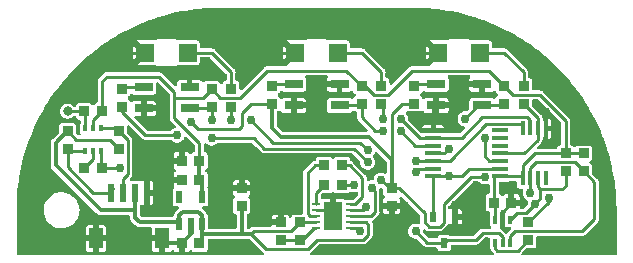
<source format=gbr>
%TF.GenerationSoftware,KiCad,Pcbnew,7.0.8*%
%TF.CreationDate,2024-01-07T14:56:32-05:00*%
%TF.ProjectId,lineFollowerArray,6c696e65-466f-46c6-9c6f-776572417272,01*%
%TF.SameCoordinates,Original*%
%TF.FileFunction,Copper,L2,Bot*%
%TF.FilePolarity,Positive*%
%FSLAX46Y46*%
G04 Gerber Fmt 4.6, Leading zero omitted, Abs format (unit mm)*
G04 Created by KiCad (PCBNEW 7.0.8) date 2024-01-07 14:56:32*
%MOMM*%
%LPD*%
G01*
G04 APERTURE LIST*
%TA.AperFunction,SMDPad,CuDef*%
%ADD10R,0.970000X0.871000*%
%TD*%
%TA.AperFunction,SMDPad,CuDef*%
%ADD11R,1.500000X1.600000*%
%TD*%
%TA.AperFunction,SMDPad,CuDef*%
%ADD12R,0.700000X0.270000*%
%TD*%
%TA.AperFunction,SMDPad,CuDef*%
%ADD13R,1.650000X2.380000*%
%TD*%
%TA.AperFunction,SMDPad,CuDef*%
%ADD14R,0.377000X0.681000*%
%TD*%
%TA.AperFunction,SMDPad,CuDef*%
%ADD15R,0.929000X0.820000*%
%TD*%
%TA.AperFunction,SMDPad,CuDef*%
%ADD16R,0.871000X0.970000*%
%TD*%
%TA.AperFunction,SMDPad,CuDef*%
%ADD17R,0.621000X0.826000*%
%TD*%
%TA.AperFunction,SMDPad,CuDef*%
%ADD18R,1.625000X0.749000*%
%TD*%
%TA.AperFunction,SMDPad,CuDef*%
%ADD19R,1.200000X1.800000*%
%TD*%
%TA.AperFunction,SMDPad,CuDef*%
%ADD20R,0.600000X1.550000*%
%TD*%
%TA.AperFunction,SMDPad,CuDef*%
%ADD21R,0.820000X0.929000*%
%TD*%
%TA.AperFunction,SMDPad,CuDef*%
%ADD22R,0.369000X0.590000*%
%TD*%
%TA.AperFunction,SMDPad,CuDef*%
%ADD23R,0.461000X1.271000*%
%TD*%
%TA.AperFunction,SMDPad,CuDef*%
%ADD24R,1.372000X0.387000*%
%TD*%
%TA.AperFunction,SMDPad,CuDef*%
%ADD25R,0.609000X1.139000*%
%TD*%
%TA.AperFunction,ViaPad*%
%ADD26C,0.750000*%
%TD*%
%TA.AperFunction,ViaPad*%
%ADD27C,1.000000*%
%TD*%
%TA.AperFunction,ViaPad*%
%ADD28C,0.800000*%
%TD*%
%TA.AperFunction,Conductor*%
%ADD29C,0.250000*%
%TD*%
%TA.AperFunction,Conductor*%
%ADD30C,0.350000*%
%TD*%
G04 APERTURE END LIST*
D10*
%TO.P,C5,1*%
%TO.N,/LED_BIAS*%
X146050000Y-112407000D03*
%TO.P,C5,2*%
%TO.N,GND*%
X146050000Y-113907000D03*
%TD*%
%TO.P,C1,1*%
%TO.N,VCC*%
X133350000Y-113907000D03*
%TO.P,C1,2*%
%TO.N,GND*%
X133350000Y-112407000D03*
%TD*%
D11*
%TO.P,D3,1,K*%
%TO.N,GND*%
X125200000Y-100965000D03*
%TO.P,D3,2,A*%
%TO.N,Net-(D3-A)*%
X128800000Y-100965000D03*
%TD*%
D12*
%TO.P,U1,1,C2+*%
%TO.N,Net-(U1-C2+)*%
X142512000Y-113808000D03*
%TO.P,U1,2,VOUT*%
%TO.N,/LED_BIAS*%
X142512000Y-114308000D03*
%TO.P,U1,3,C1+*%
%TO.N,Net-(U1-C1+)*%
X142512000Y-114808000D03*
%TO.P,U1,4,~{SHDN}*%
%TO.N,VCC*%
X142512000Y-115308000D03*
%TO.P,U1,5,VSEL*%
%TO.N,Net-(U1-VSEL)*%
X142512000Y-115808000D03*
%TO.P,U1,6,MODE*%
%TO.N,Net-(U1-MODE)*%
X139682000Y-115808000D03*
%TO.P,U1,7,VIN*%
%TO.N,VCC*%
X139682000Y-115308000D03*
%TO.P,U1,8,C2-*%
%TO.N,Net-(U1-C2-)*%
X139682000Y-114808000D03*
%TO.P,U1,9,GND*%
%TO.N,GND*%
X139682000Y-114308000D03*
%TO.P,U1,10,C1-*%
%TO.N,Net-(U1-C1-)*%
X139682000Y-113808000D03*
D13*
%TO.P,U1,11,GND*%
%TO.N,GND*%
X141097000Y-114808000D03*
%TD*%
D14*
%TO.P,U2,1,VDD*%
%TO.N,+3V3*%
X154798000Y-115113000D03*
%TO.P,U2,2,VSS*%
%TO.N,GND*%
X155448000Y-115113000D03*
%TO.P,U2,3,SCL*%
%TO.N,/SCL_3V3*%
X156098000Y-115113000D03*
%TO.P,U2,4,SDA*%
%TO.N,/SDA_3V3*%
X156098000Y-117043000D03*
%TO.P,U2,5,W*%
%TO.N,Net-(U1-VSEL)*%
X155448000Y-117043000D03*
%TO.P,U2,6,A*%
%TO.N,Net-(U2-A)*%
X154798000Y-117043000D03*
%TD*%
D15*
%TO.P,R17,1*%
%TO.N,/SEN1BUF*%
X145161000Y-105276000D03*
%TO.P,R17,2*%
%TO.N,Net-(D4-A)*%
X145161000Y-103766000D03*
%TD*%
%TO.P,R18,1*%
%TO.N,/SEN2BUF*%
X157226000Y-105276000D03*
%TO.P,R18,2*%
%TO.N,Net-(D5-A)*%
X157226000Y-103766000D03*
%TD*%
D16*
%TO.P,C2,1*%
%TO.N,Net-(U1-C1+)*%
X141847000Y-112141000D03*
%TO.P,C2,2*%
%TO.N,Net-(U1-C1-)*%
X140347000Y-112141000D03*
%TD*%
D15*
%TO.P,R16,1*%
%TO.N,/SEN0BUF*%
X132461000Y-105530000D03*
%TO.P,R16,2*%
%TO.N,Net-(D3-A)*%
X132461000Y-104020000D03*
%TD*%
%TO.P,R1,1*%
%TO.N,VCC*%
X138303000Y-115323000D03*
%TO.P,R1,2*%
%TO.N,Net-(U1-MODE)*%
X138303000Y-116833000D03*
%TD*%
%TO.P,R5,1*%
%TO.N,VCC*%
X122936000Y-109086000D03*
%TO.P,R5,2*%
%TO.N,/SDA*%
X122936000Y-107576000D03*
%TD*%
D16*
%TO.P,C4,1*%
%TO.N,+3V3*%
X154698000Y-113665000D03*
%TO.P,C4,2*%
%TO.N,GND*%
X156198000Y-113665000D03*
%TD*%
D11*
%TO.P,D5,1,K*%
%TO.N,GND*%
X149965000Y-100965000D03*
%TO.P,D5,2,A*%
%TO.N,Net-(D5-A)*%
X153565000Y-100965000D03*
%TD*%
D15*
%TO.P,R8,1*%
%TO.N,+3V3*%
X162306000Y-109481000D03*
%TO.P,R8,2*%
%TO.N,/SDA_3V3*%
X162306000Y-110991000D03*
%TD*%
%TO.P,R2,1*%
%TO.N,Net-(U1-MODE)*%
X136652000Y-116833000D03*
%TO.P,R2,2*%
%TO.N,GND*%
X136652000Y-115323000D03*
%TD*%
%TO.P,R4,1*%
%TO.N,VCC*%
X118618000Y-107576000D03*
%TO.P,R4,2*%
%TO.N,/SCL*%
X118618000Y-109086000D03*
%TD*%
%TO.P,R13,1*%
%TO.N,+3V3*%
X143510000Y-103766000D03*
%TO.P,R13,2*%
%TO.N,/SEN1*%
X143510000Y-105276000D03*
%TD*%
%TO.P,R10,1*%
%TO.N,/LED_BIAS*%
X123190000Y-105530000D03*
%TO.P,R10,2*%
%TO.N,Net-(U5-Anode)*%
X123190000Y-104020000D03*
%TD*%
%TO.P,R9,1*%
%TO.N,+3V3*%
X160782000Y-109474000D03*
%TO.P,R9,2*%
%TO.N,/SCL_3V3*%
X160782000Y-110984000D03*
%TD*%
%TO.P,R15,1*%
%TO.N,+3V3*%
X155575000Y-103766000D03*
%TO.P,R15,2*%
%TO.N,/SEN2*%
X155575000Y-105276000D03*
%TD*%
D17*
%TO.P,Q2,1*%
%TO.N,/~{IRLEDEN}*%
X149545000Y-114838000D03*
%TO.P,Q2,2*%
%TO.N,GND*%
X151445000Y-114838000D03*
%TO.P,Q2,3*%
%TO.N,Net-(U1-VSEL)*%
X150495000Y-117064000D03*
%TD*%
D18*
%TO.P,U7,1,Anode*%
%TO.N,Net-(U7-Anode)*%
X149820000Y-103621000D03*
%TO.P,U7,2,Cathode*%
%TO.N,GND*%
X153710000Y-103621000D03*
%TO.P,U7,3,Collector*%
%TO.N,/SEN2*%
X153710000Y-105421000D03*
%TO.P,U7,4,Emitter*%
%TO.N,GND*%
X149820000Y-105421000D03*
%TD*%
D15*
%TO.P,R11,1*%
%TO.N,+3V3*%
X130810000Y-104020000D03*
%TO.P,R11,2*%
%TO.N,/SEN0*%
X130810000Y-105530000D03*
%TD*%
D19*
%TO.P,J1,1,Pin_1*%
%TO.N,GND*%
X126625000Y-116683000D03*
D20*
X125325000Y-112808000D03*
D19*
X121025000Y-116683000D03*
D20*
%TO.P,J1,2,Pin_2*%
%TO.N,VCC*%
X124325000Y-112808000D03*
%TO.P,J1,3,Pin_3*%
%TO.N,/SDA*%
X123325000Y-112808000D03*
%TO.P,J1,4,Pin_4*%
%TO.N,/SCL*%
X122325000Y-112808000D03*
%TD*%
D16*
%TO.P,C8,1*%
%TO.N,+3V3*%
X129782000Y-111760000D03*
%TO.P,C8,2*%
%TO.N,GND*%
X128282000Y-111760000D03*
%TD*%
D21*
%TO.P,R7,1*%
%TO.N,+3V3*%
X120022000Y-110744000D03*
%TO.P,R7,2*%
%TO.N,/SDA_3V3*%
X121532000Y-110744000D03*
%TD*%
D16*
%TO.P,C7,1*%
%TO.N,+3V3*%
X129782000Y-110109000D03*
%TO.P,C7,2*%
%TO.N,GND*%
X128282000Y-110109000D03*
%TD*%
D22*
%TO.P,Q1,1*%
%TO.N,/SDA_3V3*%
X121427000Y-109301000D03*
%TO.P,Q1,2*%
%TO.N,+3V3*%
X120777000Y-109301000D03*
%TO.P,Q1,3*%
%TO.N,/SCL*%
X120127000Y-109301000D03*
%TO.P,Q1,4*%
%TO.N,/SCL_3V3*%
X120127000Y-107361000D03*
%TO.P,Q1,5*%
%TO.N,+3V3*%
X120777000Y-107361000D03*
%TO.P,Q1,6*%
%TO.N,/SDA*%
X121427000Y-107361000D03*
%TD*%
D16*
%TO.P,C6,1*%
%TO.N,VCC*%
X129782000Y-117094000D03*
%TO.P,C6,2*%
%TO.N,GND*%
X128282000Y-117094000D03*
%TD*%
D21*
%TO.P,R6,1*%
%TO.N,+3V3*%
X121532000Y-105918000D03*
%TO.P,R6,2*%
%TO.N,/SCL_3V3*%
X120022000Y-105918000D03*
%TD*%
D18*
%TO.P,U5,1,Anode*%
%TO.N,Net-(U5-Anode)*%
X125055000Y-103875000D03*
%TO.P,U5,2,Cathode*%
%TO.N,GND*%
X128945000Y-103875000D03*
%TO.P,U5,3,Collector*%
%TO.N,/SEN0*%
X128945000Y-105675000D03*
%TO.P,U5,4,Emitter*%
%TO.N,GND*%
X125055000Y-105675000D03*
%TD*%
D23*
%TO.P,U4,1,P0*%
%TO.N,/SEN0BUF*%
X157140000Y-107374000D03*
%TO.P,U4,2,P1*%
%TO.N,/SEN1BUF*%
X157790000Y-107374000D03*
%TO.P,U4,3,P2*%
%TO.N,/SEN2BUF*%
X158440000Y-107374000D03*
%TO.P,U4,4,GND*%
%TO.N,GND*%
X159090000Y-107374000D03*
%TO.P,U4,5,P3*%
%TO.N,unconnected-(U4-P3-Pad5)*%
X159090000Y-111574000D03*
%TO.P,U4,6,SCL*%
%TO.N,/SCL_3V3*%
X158440000Y-111574000D03*
%TO.P,U4,7,SDA*%
%TO.N,/SDA_3V3*%
X157790000Y-111574000D03*
%TO.P,U4,8,VCC*%
%TO.N,+3V3*%
X157140000Y-111574000D03*
%TD*%
D11*
%TO.P,D4,1,K*%
%TO.N,GND*%
X137900000Y-100965000D03*
%TO.P,D4,2,A*%
%TO.N,Net-(D4-A)*%
X141500000Y-100965000D03*
%TD*%
D18*
%TO.P,U6,1,Anode*%
%TO.N,Net-(U6-Anode)*%
X137755000Y-103621000D03*
%TO.P,U6,2,Cathode*%
%TO.N,GND*%
X141645000Y-103621000D03*
%TO.P,U6,3,Collector*%
%TO.N,/SEN1*%
X141645000Y-105421000D03*
%TO.P,U6,4,Emitter*%
%TO.N,GND*%
X137755000Y-105421000D03*
%TD*%
D24*
%TO.P,U8,1,1~{OE}*%
%TO.N,/~{IRLEDEN}*%
X149578000Y-111424000D03*
%TO.P,U8,2,1A*%
%TO.N,/SEN0*%
X149578000Y-110774000D03*
%TO.P,U8,3,1Y*%
%TO.N,/SEN0BUF*%
X149578000Y-110124000D03*
%TO.P,U8,4,2~{OE}*%
%TO.N,/~{IRLEDEN}*%
X149578000Y-109474000D03*
%TO.P,U8,5,2A*%
%TO.N,/SEN1*%
X149578000Y-108824000D03*
%TO.P,U8,6,2Y*%
%TO.N,/SEN1BUF*%
X149578000Y-108174000D03*
%TO.P,U8,7,GND*%
%TO.N,GND*%
X149578000Y-107524000D03*
%TO.P,U8,8,3Y*%
%TO.N,unconnected-(U8-3Y-Pad8)*%
X155222000Y-107524000D03*
%TO.P,U8,9,3A*%
%TO.N,unconnected-(U8-3A-Pad9)*%
X155222000Y-108174000D03*
%TO.P,U8,10,3~{OE}*%
%TO.N,unconnected-(U8-3~{OE}-Pad10)*%
X155222000Y-108824000D03*
%TO.P,U8,11,4Y*%
%TO.N,/SEN2BUF*%
X155222000Y-109474000D03*
%TO.P,U8,12,4A*%
%TO.N,/SEN2*%
X155222000Y-110124000D03*
%TO.P,U8,13,4~{OE}*%
%TO.N,/~{IRLEDEN}*%
X155222000Y-110774000D03*
%TO.P,U8,14,VCC*%
%TO.N,+3V3*%
X155222000Y-111424000D03*
%TD*%
D15*
%TO.P,R12,1*%
%TO.N,/LED_BIAS*%
X135890000Y-105276000D03*
%TO.P,R12,2*%
%TO.N,Net-(U6-Anode)*%
X135890000Y-103766000D03*
%TD*%
D25*
%TO.P,U3,1,VIN*%
%TO.N,VCC*%
X129982000Y-115439000D03*
%TO.P,U3,2,GND*%
%TO.N,GND*%
X129032000Y-115439000D03*
%TO.P,U3,3,EN*%
%TO.N,VCC*%
X128082000Y-115439000D03*
%TO.P,U3,4,NC*%
%TO.N,unconnected-(U3-NC-Pad4)*%
X128082000Y-113161000D03*
%TO.P,U3,5,VOUT*%
%TO.N,+3V3*%
X129982000Y-113161000D03*
%TD*%
D15*
%TO.P,R14,1*%
%TO.N,/LED_BIAS*%
X147955000Y-105276000D03*
%TO.P,R14,2*%
%TO.N,Net-(U7-Anode)*%
X147955000Y-103766000D03*
%TD*%
D16*
%TO.P,C3,1*%
%TO.N,Net-(U1-C2+)*%
X141847000Y-110490000D03*
%TO.P,C3,2*%
%TO.N,Net-(U1-C2-)*%
X140347000Y-110490000D03*
%TD*%
D15*
%TO.P,R3,1*%
%TO.N,/LED_BIAS*%
X157607000Y-115323000D03*
%TO.P,R3,2*%
%TO.N,Net-(U2-A)*%
X157607000Y-116833000D03*
%TD*%
D26*
%TO.N,/LED_BIAS*%
X145161000Y-111760000D03*
%TO.N,GND*%
X134493000Y-112395000D03*
X132207000Y-112395000D03*
X133350000Y-111252000D03*
X147193000Y-113919000D03*
X146050000Y-114935000D03*
X149987000Y-99060000D03*
D27*
X125222000Y-116770000D03*
D26*
X136652000Y-110109000D03*
X136245600Y-100965000D03*
X152273000Y-103621000D03*
X125222000Y-114509221D03*
D27*
X125325000Y-111252000D03*
D26*
X151445000Y-113817400D03*
X156210000Y-112522000D03*
X127127000Y-110109000D03*
X164084000Y-116586000D03*
X159258000Y-117221000D03*
X136652000Y-112649000D03*
X152527000Y-114173000D03*
X151384000Y-115951000D03*
X128945000Y-102870000D03*
X141605000Y-106934000D03*
X152527000Y-113157000D03*
X125055000Y-106680000D03*
X137795000Y-106934000D03*
X137541000Y-111379000D03*
D27*
X122428000Y-116770000D03*
D26*
X137795000Y-99060000D03*
X127127000Y-111760000D03*
X141097000Y-115316000D03*
X141097000Y-114300000D03*
X126873000Y-104775000D03*
X123545600Y-100965000D03*
X140208000Y-103621000D03*
X159090000Y-106019600D03*
X159131000Y-108712000D03*
X153416000Y-112776000D03*
X148310600Y-100965000D03*
X139192000Y-105421000D03*
X151765000Y-104521000D03*
X151384000Y-105410000D03*
X149580600Y-106603800D03*
%TO.N,/LED_BIAS*%
X129032000Y-106807000D03*
X159360400Y-113234000D03*
X143891000Y-114046000D03*
X153961500Y-111473500D03*
X127889000Y-107950000D03*
%TO.N,/~{IRLEDEN}*%
X150876000Y-111424000D03*
X150876000Y-109093000D03*
%TO.N,/SEN0*%
X148082000Y-111057944D03*
X130810000Y-108204000D03*
X130810000Y-106680000D03*
X144018000Y-110236000D03*
%TO.N,/SEN1*%
X146812000Y-107569000D03*
X145288000Y-107569000D03*
%TO.N,/SEN2*%
X152273000Y-106553000D03*
X153924000Y-108204000D03*
%TO.N,/SEN0BUF*%
X148082000Y-110109000D03*
X144018000Y-109220000D03*
X134112000Y-106680000D03*
X132461000Y-106680000D03*
%TO.N,/SEN1BUF*%
X146812000Y-106553000D03*
X145288000Y-106553000D03*
%TO.N,Net-(U1-C1+)*%
X144399000Y-112395000D03*
X142875000Y-112141000D03*
%TO.N,/SDA_3V3*%
X123026000Y-110744000D03*
X157784800Y-112877600D03*
D28*
%TO.N,/SCL_3V3*%
X118618000Y-105918000D03*
D26*
X158197565Y-113743192D03*
%TO.N,Net-(U1-VSEL)*%
X148082000Y-116078000D03*
X143383000Y-116078000D03*
%TD*%
D29*
%TO.N,/LED_BIAS*%
X145868500Y-112407000D02*
X146050000Y-112407000D01*
X145221500Y-111760000D02*
X145868500Y-112407000D01*
X145161000Y-111760000D02*
X145221500Y-111760000D01*
D30*
X146050000Y-112407000D02*
X146050000Y-110011000D01*
D29*
%TO.N,VCC*%
X138972000Y-117568000D02*
X135406000Y-117568000D01*
X143672950Y-116778000D02*
X139762000Y-116778000D01*
X135406000Y-117568000D02*
X134141000Y-116303000D01*
X144083000Y-115508000D02*
X144083000Y-116367950D01*
X144083000Y-116367950D02*
X143672950Y-116778000D01*
X139762000Y-116778000D02*
X138972000Y-117568000D01*
X142512000Y-115308000D02*
X143883000Y-115308000D01*
X143883000Y-115308000D02*
X144083000Y-115508000D01*
D30*
X134141000Y-116303000D02*
X133350000Y-116303000D01*
D29*
X134386000Y-116058000D02*
X134141000Y-116303000D01*
X138303000Y-115323000D02*
X137568000Y-116058000D01*
X137568000Y-116058000D02*
X134386000Y-116058000D01*
D30*
X133321000Y-116303000D02*
X129982000Y-116303000D01*
X133350000Y-113907000D02*
X133350000Y-116303000D01*
D29*
%TO.N,/LED_BIAS*%
X146697000Y-112407000D02*
X146050000Y-112407000D01*
X149220880Y-115697000D02*
X148844000Y-115320120D01*
X148844000Y-114554000D02*
X146697000Y-112407000D01*
X150469600Y-115341400D02*
X150114000Y-115697000D01*
X150469600Y-113802850D02*
X150469600Y-115341400D01*
X148844000Y-115320120D02*
X148844000Y-114554000D01*
X150114000Y-115697000D02*
X149220880Y-115697000D01*
X153961500Y-111473500D02*
X152798950Y-111473500D01*
X152798950Y-111473500D02*
X150469600Y-113802850D01*
D30*
%TO.N,VCC*%
X124325000Y-114292000D02*
X124325000Y-112808000D01*
X129982000Y-114742000D02*
X129667000Y-114427000D01*
X129982000Y-115439000D02*
X129982000Y-114742000D01*
X127959000Y-115316000D02*
X124714000Y-115316000D01*
X129982000Y-116894000D02*
X129782000Y-117094000D01*
D29*
X138318000Y-115308000D02*
X138303000Y-115323000D01*
D30*
X117602000Y-110490000D02*
X117602000Y-108585000D01*
X128082000Y-115439000D02*
X127959000Y-115316000D01*
X124714000Y-115316000D02*
X124333000Y-114935000D01*
X124333000Y-114300000D02*
X124325000Y-114292000D01*
X128397000Y-114427000D02*
X128082000Y-114742000D01*
D29*
X118618000Y-107576000D02*
X119373000Y-108331000D01*
D30*
X124333000Y-114935000D02*
X124333000Y-114300000D01*
D29*
X139682000Y-115308000D02*
X138318000Y-115308000D01*
D30*
X129667000Y-114427000D02*
X128397000Y-114427000D01*
X128082000Y-114742000D02*
X128082000Y-115439000D01*
D29*
X122181000Y-108331000D02*
X122936000Y-109086000D01*
D30*
X129982000Y-116332000D02*
X129982000Y-116894000D01*
X124333000Y-114300000D02*
X121412000Y-114300000D01*
X118611000Y-107576000D02*
X118618000Y-107576000D01*
X121412000Y-114300000D02*
X117602000Y-110490000D01*
X129982000Y-115439000D02*
X129982000Y-116332000D01*
D29*
X119373000Y-108331000D02*
X122181000Y-108331000D01*
D30*
X117602000Y-108585000D02*
X118611000Y-107576000D01*
%TO.N,GND*%
X125292000Y-116770000D02*
X125222000Y-116840000D01*
D29*
X156210000Y-112522000D02*
X156210000Y-113653000D01*
X137900000Y-100965000D02*
X136245600Y-100965000D01*
X149580600Y-105660400D02*
X149820000Y-105421000D01*
X128945000Y-103875000D02*
X128945000Y-102880800D01*
X128282000Y-111760000D02*
X127127000Y-111760000D01*
D30*
X121025000Y-116770000D02*
X122371000Y-116770000D01*
X122371000Y-116770000D02*
X122428000Y-116713000D01*
D29*
X159090000Y-107374000D02*
X159090000Y-106029400D01*
X149580600Y-106603800D02*
X149580600Y-105660400D01*
D30*
X129032000Y-116344000D02*
X129032000Y-115439000D01*
D29*
X149965000Y-100965000D02*
X148310600Y-100965000D01*
D30*
X126949000Y-117094000D02*
X126625000Y-116770000D01*
D29*
X125055000Y-105675000D02*
X125055000Y-106640000D01*
X155448000Y-114415000D02*
X156198000Y-113665000D01*
X153710000Y-103621000D02*
X152284000Y-103621000D01*
X159090000Y-106029400D02*
X159080200Y-106019600D01*
X156210000Y-113653000D02*
X156198000Y-113665000D01*
D30*
X126625000Y-116770000D02*
X125292000Y-116770000D01*
D29*
X139682000Y-114308000D02*
X141089000Y-114308000D01*
X141089000Y-114308000D02*
X141097000Y-114300000D01*
X125200000Y-100965000D02*
X123545600Y-100965000D01*
X151445000Y-114838000D02*
X151445000Y-113832600D01*
X149578000Y-107524000D02*
X149578000Y-106606400D01*
X137755000Y-105421000D02*
X139181000Y-105421000D01*
X155448000Y-115113000D02*
X155448000Y-114415000D01*
X151445000Y-113832600D02*
X151460200Y-113817400D01*
D30*
X125325000Y-111276000D02*
X125349000Y-111252000D01*
D29*
X149578000Y-106606400D02*
X149580600Y-106603800D01*
X139181000Y-105421000D02*
X139192000Y-105410000D01*
D30*
X128282000Y-117094000D02*
X126949000Y-117094000D01*
X128282000Y-117094000D02*
X129032000Y-116344000D01*
D29*
X128282000Y-110109000D02*
X127127000Y-110109000D01*
X125055000Y-106640000D02*
X125095000Y-106680000D01*
D30*
X125325000Y-112808000D02*
X125325000Y-111276000D01*
D29*
X141645000Y-103621000D02*
X140219000Y-103621000D01*
%TO.N,/LED_BIAS*%
X133096000Y-107442000D02*
X133350000Y-107188000D01*
X125200000Y-107950000D02*
X123190000Y-105940000D01*
D30*
X135890000Y-107315000D02*
X136652000Y-108077000D01*
D29*
X143629000Y-114308000D02*
X143891000Y-114046000D01*
D30*
X144116000Y-108077000D02*
X146050000Y-110011000D01*
X136652000Y-108077000D02*
X144116000Y-108077000D01*
D29*
X129032000Y-106807000D02*
X129667000Y-107442000D01*
X146946000Y-105276000D02*
X146050000Y-106172000D01*
X133350000Y-106045000D02*
X134119000Y-105276000D01*
X134119000Y-105276000D02*
X135890000Y-105276000D01*
D30*
X135890000Y-105276000D02*
X135890000Y-107315000D01*
D29*
X146050000Y-106172000D02*
X146050000Y-110011000D01*
X159360400Y-113569600D02*
X159360400Y-113234000D01*
X157607000Y-115323000D02*
X159360400Y-113569600D01*
X147955000Y-105276000D02*
X146946000Y-105276000D01*
X123190000Y-105940000D02*
X123190000Y-105530000D01*
X133350000Y-107188000D02*
X133350000Y-106045000D01*
X127889000Y-107950000D02*
X125200000Y-107950000D01*
X129667000Y-107442000D02*
X133096000Y-107442000D01*
X142512000Y-114308000D02*
X143629000Y-114308000D01*
%TO.N,+3V3*%
X156330000Y-104521000D02*
X158581350Y-104521000D01*
X130810000Y-104020000D02*
X130055000Y-104775000D01*
X120777000Y-106673000D02*
X121532000Y-105918000D01*
X120777000Y-109301000D02*
X120777000Y-109989000D01*
X155222000Y-111424000D02*
X156990000Y-111424000D01*
D30*
X129982000Y-111960000D02*
X129782000Y-111760000D01*
D29*
X154298000Y-102489000D02*
X155575000Y-103766000D01*
X160789000Y-109481000D02*
X160782000Y-109474000D01*
X147772120Y-102489000D02*
X154298000Y-102489000D01*
X133223000Y-104775000D02*
X135509000Y-102489000D01*
X135509000Y-102489000D02*
X142233000Y-102489000D01*
X154798000Y-113765000D02*
X154698000Y-113665000D01*
X154736800Y-113626200D02*
X154698000Y-113665000D01*
X130810000Y-104020000D02*
X131565000Y-104775000D01*
X121532000Y-105918000D02*
X121532000Y-103385000D01*
X154736800Y-111424000D02*
X154736800Y-113626200D01*
X120777000Y-109989000D02*
X120022000Y-110744000D01*
D30*
X129982000Y-113161000D02*
X129982000Y-111960000D01*
D29*
X127635000Y-104267000D02*
X127635000Y-106496525D01*
X154798000Y-115113000D02*
X154798000Y-113765000D01*
X145740120Y-104521000D02*
X147772120Y-102489000D01*
X144581880Y-104521000D02*
X145740120Y-104521000D01*
X127635000Y-106496525D02*
X129782000Y-108643525D01*
D30*
X129782000Y-111760000D02*
X129782000Y-110109000D01*
D29*
X160782000Y-106721650D02*
X160782000Y-109474000D01*
X121532000Y-103385000D02*
X121920000Y-102997000D01*
X142233000Y-102489000D02*
X143510000Y-103766000D01*
X129782000Y-108643525D02*
X129782000Y-110109000D01*
X131565000Y-104775000D02*
X133223000Y-104775000D01*
X160782000Y-109474000D02*
X158165800Y-109474000D01*
X120777000Y-107361000D02*
X120777000Y-106673000D01*
X156990000Y-111424000D02*
X157140000Y-111574000D01*
X157140000Y-110499800D02*
X157140000Y-111574000D01*
X130055000Y-104775000D02*
X127635000Y-104775000D01*
X143510000Y-103766000D02*
X143826880Y-103766000D01*
X121920000Y-102997000D02*
X126365000Y-102997000D01*
X158165800Y-109474000D02*
X157140000Y-110499800D01*
X158581350Y-104521000D02*
X160782000Y-106721650D01*
X155575000Y-103766000D02*
X156330000Y-104521000D01*
X126365000Y-102997000D02*
X127635000Y-104267000D01*
X143826880Y-103766000D02*
X144581880Y-104521000D01*
X162306000Y-109481000D02*
X160789000Y-109481000D01*
%TO.N,Net-(D3-A)*%
X132461000Y-102616000D02*
X130810000Y-100965000D01*
X132461000Y-104020000D02*
X132461000Y-102616000D01*
X130810000Y-100965000D02*
X128800000Y-100965000D01*
%TO.N,Net-(D4-A)*%
X145161000Y-102616000D02*
X145161000Y-103766000D01*
X143510000Y-100965000D02*
X145161000Y-102616000D01*
X141500000Y-100965000D02*
X143510000Y-100965000D01*
%TO.N,Net-(D5-A)*%
X157226000Y-102616000D02*
X157226000Y-103766000D01*
X155575000Y-100965000D02*
X157226000Y-102616000D01*
X153565000Y-100965000D02*
X155575000Y-100965000D01*
%TO.N,/SDA*%
X123725500Y-108365500D02*
X122936000Y-107576000D01*
X123325000Y-111625000D02*
X123725500Y-111224500D01*
X123325000Y-112808000D02*
X123325000Y-111625000D01*
X123725500Y-111224500D02*
X123725500Y-108365500D01*
X121427000Y-107361000D02*
X122721000Y-107361000D01*
X122721000Y-107361000D02*
X122936000Y-107576000D01*
X123317000Y-112800000D02*
X123325000Y-112808000D01*
D30*
%TO.N,/SCL*%
X122325000Y-112625000D02*
X122428000Y-112522000D01*
D29*
X118833000Y-109301000D02*
X118618000Y-109086000D01*
X118618000Y-110674120D02*
X118618000Y-109086000D01*
X120751880Y-112808000D02*
X118618000Y-110674120D01*
X120127000Y-109301000D02*
X118833000Y-109301000D01*
X122325000Y-112808000D02*
X120751880Y-112808000D01*
%TO.N,/~{IRLEDEN}*%
X152649400Y-110774000D02*
X151999400Y-111424000D01*
X149578000Y-109474000D02*
X150495000Y-109474000D01*
X149578000Y-114805000D02*
X149545000Y-114838000D01*
X149578000Y-111424000D02*
X149578000Y-114805000D01*
X151999400Y-111424000D02*
X150876000Y-111424000D01*
X155222000Y-110774000D02*
X152649400Y-110774000D01*
X150876000Y-111424000D02*
X149578000Y-111424000D01*
X150495000Y-109474000D02*
X150876000Y-109093000D01*
%TO.N,/SEN0*%
X135265120Y-109093000D02*
X134376120Y-108204000D01*
X130665000Y-105675000D02*
X130810000Y-105530000D01*
X134376120Y-108204000D02*
X130810000Y-108204000D01*
X148365944Y-110774000D02*
X148082000Y-111057944D01*
X128945000Y-105675000D02*
X130665000Y-105675000D01*
X142875000Y-109093000D02*
X135265120Y-109093000D01*
X144018000Y-110236000D02*
X142875000Y-109093000D01*
X130810000Y-105530000D02*
X130810000Y-106680000D01*
X149578000Y-110774000D02*
X148365944Y-110774000D01*
%TO.N,Net-(U5-Anode)*%
X125055000Y-103875000D02*
X123335000Y-103875000D01*
X123335000Y-103875000D02*
X123190000Y-104020000D01*
%TO.N,/SEN1*%
X141645000Y-105421000D02*
X143365000Y-105421000D01*
X144653000Y-107569000D02*
X145288000Y-107569000D01*
X143510000Y-105276000D02*
X143510000Y-106426000D01*
X148067000Y-108824000D02*
X149578000Y-108824000D01*
X143365000Y-105421000D02*
X143510000Y-105276000D01*
X143510000Y-106426000D02*
X144653000Y-107569000D01*
X146812000Y-107569000D02*
X148067000Y-108824000D01*
%TO.N,Net-(U6-Anode)*%
X137755000Y-103621000D02*
X136035000Y-103621000D01*
X136035000Y-103621000D02*
X135890000Y-103766000D01*
%TO.N,/SEN2*%
X155430000Y-105421000D02*
X155575000Y-105276000D01*
X153924000Y-109728000D02*
X154320000Y-110124000D01*
X153405000Y-105421000D02*
X153710000Y-105421000D01*
X152273000Y-106553000D02*
X153405000Y-105421000D01*
X153924000Y-108204000D02*
X153924000Y-109728000D01*
X154320000Y-110124000D02*
X155222000Y-110124000D01*
X153710000Y-105421000D02*
X155430000Y-105421000D01*
%TO.N,/SEN0BUF*%
X149578000Y-110124000D02*
X148097000Y-110124000D01*
X143375000Y-108577000D02*
X136009000Y-108577000D01*
X150962600Y-110124000D02*
X149578000Y-110124000D01*
X154081100Y-107005500D02*
X150962600Y-110124000D01*
X148097000Y-110124000D02*
X148082000Y-110109000D01*
X144018000Y-109220000D02*
X143375000Y-108577000D01*
X136009000Y-108577000D02*
X134112000Y-106680000D01*
X132461000Y-105530000D02*
X132461000Y-106680000D01*
X157140000Y-107005500D02*
X154081100Y-107005500D01*
%TO.N,/SEN1BUF*%
X145161000Y-105276000D02*
X145288000Y-105403000D01*
X157492220Y-106400600D02*
X153746200Y-106400600D01*
X145288000Y-105403000D02*
X145288000Y-106553000D01*
X153746200Y-106400600D02*
X151972800Y-108174000D01*
X157790000Y-107374000D02*
X157790000Y-106698380D01*
X151972800Y-108174000D02*
X149578000Y-108174000D01*
X146812000Y-106553000D02*
X148433000Y-108174000D01*
X157790000Y-106698380D02*
X157492220Y-106400600D01*
X148433000Y-108174000D02*
X149578000Y-108174000D01*
%TO.N,/SEN2BUF*%
X157226000Y-105276000D02*
X158440000Y-106490000D01*
X158440000Y-107374000D02*
X158440000Y-108336200D01*
X157302200Y-109474000D02*
X155222000Y-109474000D01*
X158440000Y-108336200D02*
X157302200Y-109474000D01*
X158440000Y-106490000D02*
X158440000Y-107374000D01*
%TO.N,Net-(U2-A)*%
X154995700Y-117708500D02*
X156731500Y-117708500D01*
X156731500Y-117708500D02*
X157607000Y-116833000D01*
X154798000Y-117043000D02*
X154798000Y-117510800D01*
X154798000Y-117510800D02*
X154995700Y-117708500D01*
%TO.N,Net-(U7-Anode)*%
X149820000Y-103621000D02*
X148100000Y-103621000D01*
X148100000Y-103621000D02*
X147955000Y-103766000D01*
%TO.N,Net-(U1-C1+)*%
X144399000Y-112395000D02*
X144653000Y-112649000D01*
X144653000Y-112649000D02*
X144653000Y-114427000D01*
X141847000Y-112141000D02*
X142875000Y-112141000D01*
X144272000Y-114808000D02*
X142512000Y-114808000D01*
X144653000Y-114427000D02*
X144272000Y-114808000D01*
%TO.N,Net-(U1-C1-)*%
X140347000Y-112141000D02*
X139682000Y-112806000D01*
X139682000Y-112806000D02*
X139682000Y-113808000D01*
%TO.N,Net-(U1-C2+)*%
X141847000Y-110490000D02*
X142494000Y-110490000D01*
X142986000Y-113808000D02*
X142512000Y-113808000D01*
X143575000Y-113219000D02*
X142986000Y-113808000D01*
X142494000Y-110490000D02*
X143575000Y-111571000D01*
X143575000Y-111571000D02*
X143575000Y-113219000D01*
%TO.N,Net-(U1-C2-)*%
X138938000Y-114623880D02*
X138938000Y-111125000D01*
X139573000Y-110490000D02*
X140347000Y-110490000D01*
X139122120Y-114808000D02*
X138938000Y-114623880D01*
X138938000Y-111125000D02*
X139573000Y-110490000D01*
X139682000Y-114808000D02*
X139122120Y-114808000D01*
%TO.N,/SDA_3V3*%
X156540200Y-116078000D02*
X162204400Y-116078000D01*
X157790000Y-110716990D02*
X157790000Y-111574000D01*
X158257990Y-110249000D02*
X157790000Y-110716990D01*
X157784800Y-112877600D02*
X157784800Y-111579200D01*
X156098000Y-117043000D02*
X156098000Y-116520200D01*
X121427000Y-109301000D02*
X121427000Y-110639000D01*
X156098000Y-116520200D02*
X156540200Y-116078000D01*
X162306000Y-110991000D02*
X161564000Y-110249000D01*
X161564000Y-110249000D02*
X158257990Y-110249000D01*
X121532000Y-110744000D02*
X123026000Y-110744000D01*
X162204400Y-116078000D02*
X163220400Y-115062000D01*
X157784800Y-111579200D02*
X157790000Y-111574000D01*
X121427000Y-110639000D02*
X121532000Y-110744000D01*
X163220400Y-115062000D02*
X163220400Y-111905400D01*
X163220400Y-111905400D02*
X162306000Y-110991000D01*
%TO.N,/SCL_3V3*%
X118618000Y-105918000D02*
X120022000Y-105918000D01*
X158440000Y-111574000D02*
X158440000Y-112313600D01*
X158440000Y-112313600D02*
X158660900Y-112534500D01*
X158660900Y-112534500D02*
X160515500Y-112534500D01*
X157412157Y-114528600D02*
X158197565Y-113743192D01*
X158660900Y-113245450D02*
X158660900Y-112534500D01*
X156098000Y-115113000D02*
X156682400Y-114528600D01*
X158660900Y-113279857D02*
X158197565Y-113743192D01*
X160782000Y-112268000D02*
X160782000Y-110984000D01*
X120127000Y-107361000D02*
X120127000Y-106023000D01*
X158660900Y-113245450D02*
X158660900Y-113279857D01*
X156682400Y-114528600D02*
X157412157Y-114528600D01*
X160515500Y-112534500D02*
X160782000Y-112268000D01*
X120127000Y-106023000D02*
X120022000Y-105918000D01*
%TO.N,Net-(U1-VSEL)*%
X155448000Y-116560600D02*
X155117800Y-116230400D01*
X142512000Y-115808000D02*
X143113000Y-115808000D01*
X143113000Y-115808000D02*
X143383000Y-116078000D01*
X155448000Y-117043000D02*
X155448000Y-116560600D01*
X150731000Y-116828000D02*
X150495000Y-117064000D01*
X155117800Y-116230400D02*
X153759600Y-116230400D01*
X149068000Y-117064000D02*
X148082000Y-116078000D01*
X153162000Y-116828000D02*
X150731000Y-116828000D01*
X153759600Y-116230400D02*
X153162000Y-116828000D01*
X150495000Y-117064000D02*
X149068000Y-117064000D01*
%TO.N,Net-(U1-MODE)*%
X138303000Y-116833000D02*
X138437000Y-116833000D01*
X136652000Y-116833000D02*
X138303000Y-116833000D01*
X139462000Y-115808000D02*
X139682000Y-115808000D01*
X138437000Y-116833000D02*
X139462000Y-115808000D01*
%TD*%
%TA.AperFunction,Conductor*%
%TO.N,GND*%
G36*
X148671319Y-97172050D02*
G01*
X148746586Y-97173842D01*
X148749337Y-97173970D01*
X149263876Y-97209684D01*
X149549853Y-97230138D01*
X150022101Y-97284926D01*
X150348170Y-97323912D01*
X150800121Y-97397636D01*
X151141196Y-97454991D01*
X151579653Y-97547482D01*
X151911242Y-97619616D01*
X151927237Y-97623096D01*
X152354870Y-97734158D01*
X152704447Y-97827826D01*
X153122603Y-97957315D01*
X153471214Y-98068754D01*
X153880104Y-98216390D01*
X154225822Y-98345337D01*
X154413368Y-98423021D01*
X154625365Y-98510834D01*
X154966599Y-98656958D01*
X155356604Y-98840041D01*
X155691948Y-99002941D01*
X156071904Y-99203219D01*
X156400246Y-99382508D01*
X156769666Y-99599602D01*
X157089961Y-99794831D01*
X157448371Y-100028372D01*
X157613775Y-100140321D01*
X157759564Y-100238994D01*
X158106306Y-100488477D01*
X158295612Y-100630190D01*
X158407606Y-100714028D01*
X158587244Y-100856317D01*
X158724454Y-100965000D01*
X158742099Y-100978976D01*
X159032632Y-101218861D01*
X159354328Y-101498797D01*
X159633261Y-101752363D01*
X159908843Y-102015499D01*
X159941623Y-102046798D01*
X160208201Y-102313376D01*
X160502635Y-102621737D01*
X160756202Y-102900671D01*
X161036138Y-103222367D01*
X161276023Y-103512900D01*
X161540971Y-103847393D01*
X161648745Y-103991362D01*
X161766538Y-104148715D01*
X162016005Y-104495435D01*
X162226649Y-104806661D01*
X162460164Y-105165032D01*
X162576419Y-105355760D01*
X162655390Y-105485321D01*
X162872491Y-105854753D01*
X163051779Y-106183094D01*
X163252061Y-106563057D01*
X163414974Y-106898428D01*
X163598041Y-107288401D01*
X163744165Y-107629634D01*
X163909661Y-108029175D01*
X164012443Y-108304744D01*
X164035972Y-108367828D01*
X164038630Y-108374953D01*
X164186244Y-108783783D01*
X164270057Y-109045971D01*
X164291010Y-109111519D01*
X164297701Y-109132451D01*
X164305864Y-109158809D01*
X164427168Y-109550537D01*
X164520858Y-109900192D01*
X164631903Y-110327762D01*
X164707543Y-110675470D01*
X164746786Y-110861500D01*
X164800004Y-111113783D01*
X164830590Y-111295666D01*
X164857383Y-111455004D01*
X164931084Y-111906810D01*
X164970086Y-112233016D01*
X165024859Y-112705129D01*
X165045336Y-112991429D01*
X165081025Y-113505611D01*
X165081156Y-113508428D01*
X165082980Y-113585007D01*
X165099500Y-114300000D01*
X165099500Y-117985500D01*
X165079815Y-118052539D01*
X165027011Y-118098294D01*
X164975500Y-118109500D01*
X157160898Y-118109500D01*
X157093859Y-118089815D01*
X157048104Y-118037011D01*
X157038160Y-117967853D01*
X157067185Y-117904297D01*
X157073217Y-117897819D01*
X157123399Y-117847638D01*
X157344467Y-117626570D01*
X157441219Y-117529819D01*
X157502542Y-117496334D01*
X157528900Y-117493500D01*
X158096176Y-117493500D01*
X158096177Y-117493499D01*
X158169240Y-117478966D01*
X158252101Y-117423601D01*
X158307466Y-117340740D01*
X158322000Y-117267674D01*
X158322000Y-116577500D01*
X158341685Y-116510461D01*
X158394489Y-116464706D01*
X158446000Y-116453500D01*
X162152596Y-116453500D01*
X162178041Y-116456139D01*
X162181840Y-116456935D01*
X162188668Y-116458367D01*
X162209625Y-116455754D01*
X162223892Y-116453977D01*
X162231568Y-116453500D01*
X162235512Y-116453500D01*
X162235514Y-116453500D01*
X162235516Y-116453499D01*
X162235522Y-116453499D01*
X162250887Y-116450934D01*
X162258540Y-116449657D01*
X162313026Y-116442866D01*
X162313027Y-116442865D01*
X162313029Y-116442865D01*
X162320541Y-116440628D01*
X162328006Y-116438066D01*
X162328006Y-116438065D01*
X162328010Y-116438065D01*
X162376277Y-116411944D01*
X162425611Y-116387826D01*
X162425614Y-116387823D01*
X162431994Y-116383268D01*
X162438219Y-116378422D01*
X162438226Y-116378419D01*
X162475407Y-116338029D01*
X163449292Y-115364144D01*
X163469141Y-115348025D01*
X163478236Y-115342084D01*
X163500044Y-115314062D01*
X163505121Y-115308316D01*
X163507920Y-115305518D01*
X163521494Y-115286504D01*
X163544927Y-115256399D01*
X163555207Y-115243192D01*
X163558947Y-115236280D01*
X163562403Y-115229207D01*
X163562410Y-115229199D01*
X163578070Y-115176596D01*
X163595900Y-115124660D01*
X163595900Y-115124655D01*
X163597190Y-115116924D01*
X163598168Y-115109085D01*
X163595900Y-115054244D01*
X163595900Y-111957204D01*
X163598539Y-111931759D01*
X163600270Y-111923500D01*
X163600767Y-111921132D01*
X163598898Y-111906140D01*
X163596377Y-111885906D01*
X163595900Y-111878230D01*
X163595900Y-111874289D01*
X163595898Y-111874276D01*
X163595844Y-111873955D01*
X163592057Y-111851259D01*
X163585266Y-111796774D01*
X163585264Y-111796770D01*
X163583022Y-111789240D01*
X163580465Y-111781792D01*
X163580465Y-111781790D01*
X163554344Y-111733522D01*
X163530226Y-111684189D01*
X163530224Y-111684187D01*
X163530224Y-111684186D01*
X163525676Y-111677816D01*
X163520820Y-111671576D01*
X163520819Y-111671574D01*
X163520396Y-111671185D01*
X163480430Y-111634393D01*
X163057319Y-111211281D01*
X163023834Y-111149958D01*
X163021000Y-111123600D01*
X163021000Y-110556323D01*
X163020999Y-110556321D01*
X163006467Y-110483264D01*
X163006466Y-110483260D01*
X162996773Y-110468753D01*
X162951101Y-110400399D01*
X162868240Y-110345034D01*
X162868239Y-110345033D01*
X162859363Y-110339103D01*
X162814557Y-110285491D01*
X162805850Y-110216166D01*
X162836004Y-110153138D01*
X162859363Y-110132897D01*
X162868239Y-110126966D01*
X162868240Y-110126966D01*
X162951101Y-110071601D01*
X163006466Y-109988740D01*
X163021000Y-109915674D01*
X163021000Y-109046326D01*
X163021000Y-109046323D01*
X163020999Y-109046321D01*
X163006467Y-108973264D01*
X163006466Y-108973260D01*
X162995503Y-108956853D01*
X162951101Y-108890399D01*
X162868240Y-108835034D01*
X162868239Y-108835033D01*
X162868235Y-108835032D01*
X162795177Y-108820500D01*
X162795174Y-108820500D01*
X161816826Y-108820500D01*
X161816823Y-108820500D01*
X161743764Y-108835032D01*
X161743760Y-108835033D01*
X161660898Y-108890399D01*
X161649439Y-108907550D01*
X161595826Y-108952354D01*
X161526501Y-108961060D01*
X161463474Y-108930904D01*
X161443238Y-108907550D01*
X161427101Y-108883399D01*
X161371735Y-108846405D01*
X161344239Y-108828033D01*
X161344235Y-108828032D01*
X161271175Y-108813499D01*
X161269333Y-108813318D01*
X161268431Y-108812953D01*
X161265200Y-108812311D01*
X161265321Y-108811697D01*
X161204549Y-108787150D01*
X161164196Y-108730112D01*
X161157500Y-108689916D01*
X161157500Y-106773454D01*
X161160139Y-106748009D01*
X161161941Y-106739412D01*
X161162367Y-106737382D01*
X161159437Y-106713873D01*
X161157977Y-106702156D01*
X161157500Y-106694480D01*
X161157500Y-106690539D01*
X161157498Y-106690526D01*
X161155741Y-106680000D01*
X161153657Y-106667509D01*
X161146866Y-106613024D01*
X161146864Y-106613020D01*
X161144622Y-106605490D01*
X161142065Y-106598042D01*
X161142065Y-106598040D01*
X161115944Y-106549772D01*
X161091826Y-106500439D01*
X161091824Y-106500437D01*
X161091824Y-106500436D01*
X161087276Y-106494066D01*
X161082420Y-106487826D01*
X161082419Y-106487824D01*
X161074781Y-106480793D01*
X161042030Y-106450643D01*
X158883499Y-104292111D01*
X158867372Y-104272252D01*
X158861436Y-104263167D01*
X158861433Y-104263163D01*
X158839382Y-104246000D01*
X158833422Y-104241361D01*
X158827660Y-104236272D01*
X158824865Y-104233477D01*
X158805855Y-104219906D01*
X158762539Y-104186190D01*
X158755624Y-104182448D01*
X158748550Y-104178990D01*
X158695946Y-104163329D01*
X158644008Y-104145499D01*
X158636273Y-104144208D01*
X158628435Y-104143231D01*
X158573594Y-104145500D01*
X158065000Y-104145500D01*
X157997961Y-104125815D01*
X157952206Y-104073011D01*
X157941000Y-104021500D01*
X157941000Y-103331323D01*
X157940999Y-103331321D01*
X157926467Y-103258264D01*
X157926466Y-103258260D01*
X157902483Y-103222367D01*
X157871101Y-103175399D01*
X157788240Y-103120034D01*
X157788239Y-103120033D01*
X157788235Y-103120032D01*
X157715175Y-103105499D01*
X157713333Y-103105318D01*
X157712431Y-103104953D01*
X157709200Y-103104311D01*
X157709321Y-103103697D01*
X157648549Y-103079150D01*
X157608196Y-103022112D01*
X157601500Y-102981916D01*
X157601500Y-102667803D01*
X157604139Y-102642358D01*
X157604774Y-102639329D01*
X157606367Y-102631732D01*
X157604325Y-102615353D01*
X157601977Y-102596507D01*
X157601500Y-102588831D01*
X157601500Y-102584890D01*
X157601499Y-102584881D01*
X157597657Y-102561856D01*
X157590866Y-102507376D01*
X157588621Y-102499837D01*
X157586066Y-102492392D01*
X157559941Y-102444118D01*
X157535826Y-102394789D01*
X157535823Y-102394786D01*
X157535823Y-102394785D01*
X157531280Y-102388421D01*
X157526420Y-102382176D01*
X157526419Y-102382174D01*
X157486029Y-102344992D01*
X155877149Y-100736111D01*
X155861022Y-100716252D01*
X155855086Y-100707167D01*
X155855083Y-100707163D01*
X155827074Y-100685363D01*
X155821310Y-100680272D01*
X155818515Y-100677477D01*
X155799505Y-100663906D01*
X155756189Y-100630190D01*
X155749274Y-100626448D01*
X155742200Y-100622990D01*
X155689596Y-100607329D01*
X155637658Y-100589499D01*
X155629923Y-100588208D01*
X155622085Y-100587231D01*
X155567244Y-100589500D01*
X154689500Y-100589500D01*
X154622461Y-100569815D01*
X154576706Y-100517011D01*
X154565500Y-100465500D01*
X154565500Y-100140323D01*
X154565499Y-100140321D01*
X154550967Y-100067264D01*
X154550966Y-100067260D01*
X154495601Y-99984399D01*
X154412740Y-99929034D01*
X154412739Y-99929033D01*
X154412735Y-99929032D01*
X154339677Y-99914500D01*
X154339674Y-99914500D01*
X152790326Y-99914500D01*
X152790321Y-99914500D01*
X152788466Y-99914869D01*
X152787476Y-99914780D01*
X152784261Y-99915097D01*
X152784200Y-99914486D01*
X152718875Y-99908632D01*
X152687660Y-99888171D01*
X152686658Y-99889478D01*
X152680205Y-99884526D01*
X152600293Y-99838388D01*
X152600290Y-99838387D01*
X152600289Y-99838386D01*
X152600288Y-99838386D01*
X152511144Y-99814500D01*
X152465099Y-99814500D01*
X151065500Y-99814500D01*
X151065000Y-99814500D01*
X151018856Y-99814500D01*
X150929712Y-99838386D01*
X150929711Y-99838386D01*
X150929709Y-99838387D01*
X150929706Y-99838388D01*
X150849787Y-99884531D01*
X150843337Y-99889480D01*
X150841788Y-99887461D01*
X150791616Y-99914845D01*
X150745720Y-99915251D01*
X150745686Y-99915597D01*
X150742465Y-99915279D01*
X150741095Y-99915292D01*
X150739629Y-99915000D01*
X149268552Y-99915000D01*
X149965000Y-100611447D01*
X150230871Y-100877318D01*
X150264356Y-100938641D01*
X150259372Y-101008333D01*
X150230871Y-101052680D01*
X149219511Y-102064040D01*
X149214527Y-102073998D01*
X149154437Y-102109649D01*
X149123774Y-102113500D01*
X147823924Y-102113500D01*
X147798479Y-102110861D01*
X147787853Y-102108633D01*
X147787850Y-102108633D01*
X147752628Y-102113023D01*
X147744952Y-102113500D01*
X147741006Y-102113500D01*
X147723735Y-102116381D01*
X147717978Y-102117342D01*
X147663490Y-102124134D01*
X147655977Y-102126371D01*
X147648507Y-102128936D01*
X147600242Y-102155055D01*
X147550912Y-102179171D01*
X147544495Y-102183753D01*
X147538295Y-102188579D01*
X147501112Y-102228970D01*
X146087681Y-103642400D01*
X146026358Y-103675885D01*
X145956666Y-103670901D01*
X145900733Y-103629029D01*
X145876316Y-103563565D01*
X145876000Y-103554719D01*
X145876000Y-103331323D01*
X145875999Y-103331321D01*
X145861467Y-103258264D01*
X145861466Y-103258260D01*
X145837483Y-103222367D01*
X145806101Y-103175399D01*
X145723240Y-103120034D01*
X145723239Y-103120033D01*
X145723235Y-103120032D01*
X145650175Y-103105499D01*
X145648333Y-103105318D01*
X145647431Y-103104953D01*
X145644200Y-103104311D01*
X145644321Y-103103697D01*
X145583549Y-103079150D01*
X145543196Y-103022112D01*
X145536500Y-102981916D01*
X145536500Y-102667803D01*
X145539139Y-102642358D01*
X145539774Y-102639329D01*
X145541367Y-102631732D01*
X145539325Y-102615353D01*
X145536977Y-102596507D01*
X145536500Y-102588831D01*
X145536500Y-102584890D01*
X145536499Y-102584881D01*
X145532657Y-102561856D01*
X145525866Y-102507376D01*
X145523621Y-102499837D01*
X145521066Y-102492392D01*
X145494941Y-102444118D01*
X145470826Y-102394789D01*
X145470823Y-102394786D01*
X145470823Y-102394785D01*
X145466280Y-102388421D01*
X145461420Y-102382176D01*
X145461419Y-102382174D01*
X145421029Y-102344992D01*
X143812149Y-100736111D01*
X143796022Y-100716252D01*
X143790086Y-100707167D01*
X143790083Y-100707163D01*
X143762074Y-100685363D01*
X143756310Y-100680272D01*
X143753515Y-100677477D01*
X143734505Y-100663906D01*
X143691189Y-100630190D01*
X143684274Y-100626448D01*
X143677200Y-100622990D01*
X143624596Y-100607329D01*
X143572658Y-100589499D01*
X143564923Y-100588208D01*
X143557085Y-100587231D01*
X143502244Y-100589500D01*
X142624500Y-100589500D01*
X142557461Y-100569815D01*
X142511706Y-100517011D01*
X142500500Y-100465500D01*
X142500500Y-100318552D01*
X148965000Y-100318552D01*
X148965000Y-101611447D01*
X149611447Y-100965000D01*
X149611447Y-100964999D01*
X148965000Y-100318552D01*
X142500500Y-100318552D01*
X142500500Y-100140323D01*
X142500499Y-100140321D01*
X142485967Y-100067264D01*
X142485966Y-100067260D01*
X142430601Y-99984399D01*
X142347740Y-99929034D01*
X142347739Y-99929033D01*
X142347735Y-99929032D01*
X142274677Y-99914500D01*
X142274674Y-99914500D01*
X140725326Y-99914500D01*
X140725321Y-99914500D01*
X140723466Y-99914869D01*
X140722476Y-99914780D01*
X140719261Y-99915097D01*
X140719200Y-99914486D01*
X140653875Y-99908632D01*
X140622660Y-99888171D01*
X140621658Y-99889478D01*
X140615205Y-99884526D01*
X140535293Y-99838388D01*
X140535290Y-99838387D01*
X140535289Y-99838386D01*
X140535288Y-99838386D01*
X140446144Y-99814500D01*
X140400099Y-99814500D01*
X139000500Y-99814500D01*
X139000000Y-99814500D01*
X138953856Y-99814500D01*
X138864712Y-99838386D01*
X138864711Y-99838386D01*
X138864709Y-99838387D01*
X138864706Y-99838388D01*
X138784787Y-99884531D01*
X138778337Y-99889480D01*
X138776788Y-99887461D01*
X138726616Y-99914845D01*
X138680720Y-99915251D01*
X138680686Y-99915597D01*
X138677465Y-99915279D01*
X138676095Y-99915292D01*
X138674629Y-99915000D01*
X137203552Y-99915000D01*
X137900000Y-100611447D01*
X138165871Y-100877318D01*
X138199356Y-100938641D01*
X138194372Y-101008333D01*
X138165871Y-101052680D01*
X137154511Y-102064040D01*
X137149527Y-102073998D01*
X137089437Y-102109649D01*
X137058774Y-102113500D01*
X135560804Y-102113500D01*
X135535359Y-102110861D01*
X135524733Y-102108633D01*
X135524730Y-102108633D01*
X135489508Y-102113023D01*
X135481832Y-102113500D01*
X135477886Y-102113500D01*
X135460615Y-102116381D01*
X135454858Y-102117342D01*
X135400370Y-102124134D01*
X135392857Y-102126371D01*
X135385387Y-102128936D01*
X135337122Y-102155055D01*
X135287792Y-102179171D01*
X135281375Y-102183753D01*
X135275175Y-102188579D01*
X135237992Y-102228970D01*
X133387681Y-104079280D01*
X133326358Y-104112765D01*
X133256666Y-104107781D01*
X133200733Y-104065909D01*
X133176316Y-104000445D01*
X133176000Y-103991599D01*
X133176000Y-103585323D01*
X133175999Y-103585321D01*
X133161467Y-103512264D01*
X133161466Y-103512260D01*
X133149933Y-103495000D01*
X133106101Y-103429399D01*
X133025186Y-103375334D01*
X133023239Y-103374033D01*
X133023235Y-103374032D01*
X132950175Y-103359499D01*
X132948333Y-103359318D01*
X132947431Y-103358953D01*
X132944200Y-103358311D01*
X132944321Y-103357697D01*
X132883549Y-103333150D01*
X132843196Y-103276112D01*
X132836500Y-103235916D01*
X132836500Y-102667803D01*
X132839139Y-102642358D01*
X132839774Y-102639329D01*
X132841367Y-102631732D01*
X132839325Y-102615353D01*
X132836977Y-102596507D01*
X132836500Y-102588831D01*
X132836500Y-102584890D01*
X132836499Y-102584881D01*
X132832657Y-102561856D01*
X132825866Y-102507376D01*
X132823621Y-102499837D01*
X132821066Y-102492392D01*
X132794941Y-102444118D01*
X132770826Y-102394789D01*
X132770823Y-102394786D01*
X132770823Y-102394785D01*
X132766280Y-102388421D01*
X132761420Y-102382176D01*
X132761419Y-102382174D01*
X132721029Y-102344992D01*
X131112149Y-100736111D01*
X131096022Y-100716252D01*
X131090086Y-100707167D01*
X131090083Y-100707163D01*
X131062074Y-100685363D01*
X131056310Y-100680272D01*
X131053515Y-100677477D01*
X131034505Y-100663906D01*
X130991189Y-100630190D01*
X130984274Y-100626448D01*
X130977200Y-100622990D01*
X130924596Y-100607329D01*
X130872658Y-100589499D01*
X130864923Y-100588208D01*
X130857085Y-100587231D01*
X130802244Y-100589500D01*
X129924500Y-100589500D01*
X129857461Y-100569815D01*
X129811706Y-100517011D01*
X129800500Y-100465500D01*
X129800500Y-100318552D01*
X136900000Y-100318552D01*
X136900000Y-101611447D01*
X137546447Y-100965000D01*
X137546447Y-100964999D01*
X136900000Y-100318552D01*
X129800500Y-100318552D01*
X129800500Y-100140323D01*
X129800499Y-100140321D01*
X129785967Y-100067264D01*
X129785966Y-100067260D01*
X129730601Y-99984399D01*
X129647740Y-99929034D01*
X129647739Y-99929033D01*
X129647735Y-99929032D01*
X129574677Y-99914500D01*
X129574674Y-99914500D01*
X128025326Y-99914500D01*
X128025321Y-99914500D01*
X128023466Y-99914869D01*
X128022476Y-99914780D01*
X128019261Y-99915097D01*
X128019200Y-99914486D01*
X127953875Y-99908632D01*
X127922660Y-99888171D01*
X127921658Y-99889478D01*
X127915205Y-99884526D01*
X127835293Y-99838388D01*
X127835290Y-99838387D01*
X127835289Y-99838386D01*
X127835288Y-99838386D01*
X127746144Y-99814500D01*
X127700099Y-99814500D01*
X126300500Y-99814500D01*
X126300000Y-99814500D01*
X126253856Y-99814500D01*
X126164712Y-99838386D01*
X126164711Y-99838386D01*
X126164709Y-99838387D01*
X126164706Y-99838388D01*
X126084787Y-99884531D01*
X126078337Y-99889480D01*
X126076788Y-99887461D01*
X126026616Y-99914845D01*
X125980720Y-99915251D01*
X125980686Y-99915597D01*
X125977465Y-99915279D01*
X125976095Y-99915292D01*
X125974629Y-99915000D01*
X124503552Y-99915000D01*
X125200000Y-100611447D01*
X125465871Y-100877318D01*
X125499356Y-100938641D01*
X125494372Y-101008333D01*
X125465871Y-101052680D01*
X124503552Y-102014999D01*
X124503553Y-102015000D01*
X125974622Y-102015000D01*
X125976074Y-102014711D01*
X125976854Y-102014780D01*
X125980691Y-102014403D01*
X125980762Y-102015129D01*
X126045666Y-102020929D01*
X126077413Y-102041731D01*
X126078342Y-102040522D01*
X126084785Y-102045466D01*
X126084788Y-102045469D01*
X126084791Y-102045470D01*
X126084794Y-102045473D01*
X126164706Y-102091611D01*
X126164707Y-102091611D01*
X126164712Y-102091614D01*
X126253856Y-102115500D01*
X126253858Y-102115500D01*
X127746142Y-102115500D01*
X127746144Y-102115500D01*
X127835288Y-102091614D01*
X127915212Y-102045469D01*
X127915218Y-102045462D01*
X127921658Y-102040522D01*
X127923316Y-102042682D01*
X127972905Y-102015591D01*
X128019232Y-102015172D01*
X128019259Y-102014903D01*
X128021762Y-102015149D01*
X128023484Y-102015134D01*
X128025324Y-102015500D01*
X128025326Y-102015500D01*
X129574676Y-102015500D01*
X129574677Y-102015499D01*
X129647740Y-102000966D01*
X129730601Y-101945601D01*
X129785966Y-101862740D01*
X129800500Y-101789674D01*
X129800500Y-101464500D01*
X129820185Y-101397461D01*
X129872989Y-101351706D01*
X129924500Y-101340500D01*
X130603101Y-101340500D01*
X130670140Y-101360185D01*
X130690782Y-101376819D01*
X132049181Y-102735218D01*
X132082666Y-102796541D01*
X132085500Y-102822899D01*
X132085500Y-103235916D01*
X132065815Y-103302955D01*
X132013011Y-103348710D01*
X131977779Y-103358209D01*
X131977800Y-103358311D01*
X131976281Y-103358612D01*
X131973667Y-103359318D01*
X131971824Y-103359499D01*
X131898764Y-103374032D01*
X131898760Y-103374033D01*
X131815899Y-103429399D01*
X131760533Y-103512260D01*
X131760532Y-103512263D01*
X131757117Y-103529435D01*
X131724732Y-103591346D01*
X131664016Y-103625920D01*
X131594247Y-103622180D01*
X131537575Y-103581313D01*
X131513883Y-103529435D01*
X131510467Y-103512263D01*
X131510466Y-103512260D01*
X131498933Y-103495000D01*
X131455101Y-103429399D01*
X131374186Y-103375334D01*
X131372239Y-103374033D01*
X131372235Y-103374032D01*
X131299177Y-103359500D01*
X131299174Y-103359500D01*
X130320826Y-103359500D01*
X130320823Y-103359500D01*
X130247764Y-103374032D01*
X130247757Y-103374035D01*
X130161370Y-103431756D01*
X130094693Y-103452633D01*
X130027313Y-103434148D01*
X129989379Y-103397544D01*
X129937739Y-103320260D01*
X129855044Y-103265005D01*
X129855040Y-103265003D01*
X129782127Y-103250500D01*
X129195000Y-103250500D01*
X129195000Y-104001000D01*
X129175315Y-104068039D01*
X129122511Y-104113794D01*
X129071000Y-104125000D01*
X128819000Y-104125000D01*
X128751961Y-104105315D01*
X128706206Y-104052511D01*
X128695000Y-104001000D01*
X128695000Y-103250500D01*
X128107873Y-103250500D01*
X128034959Y-103265003D01*
X128034955Y-103265005D01*
X127952260Y-103320260D01*
X127897005Y-103402955D01*
X127897003Y-103402959D01*
X127882500Y-103475871D01*
X127882500Y-103684100D01*
X127862815Y-103751139D01*
X127810011Y-103796894D01*
X127740853Y-103806838D01*
X127677297Y-103777813D01*
X127670819Y-103771781D01*
X126667149Y-102768111D01*
X126651022Y-102748252D01*
X126645086Y-102739167D01*
X126645083Y-102739163D01*
X126617074Y-102717363D01*
X126611310Y-102712272D01*
X126608515Y-102709477D01*
X126589505Y-102695906D01*
X126546189Y-102662190D01*
X126539274Y-102658448D01*
X126532200Y-102654990D01*
X126479596Y-102639329D01*
X126427658Y-102621499D01*
X126419923Y-102620208D01*
X126412085Y-102619231D01*
X126357244Y-102621500D01*
X121971803Y-102621500D01*
X121946358Y-102618861D01*
X121935732Y-102616633D01*
X121935729Y-102616633D01*
X121900507Y-102621023D01*
X121892831Y-102621500D01*
X121888886Y-102621500D01*
X121871615Y-102624381D01*
X121865858Y-102625342D01*
X121811370Y-102632134D01*
X121803857Y-102634371D01*
X121796387Y-102636936D01*
X121748122Y-102663055D01*
X121698792Y-102687171D01*
X121692375Y-102691753D01*
X121686175Y-102696579D01*
X121648993Y-102736969D01*
X121303108Y-103082852D01*
X121283254Y-103098976D01*
X121274165Y-103104914D01*
X121274164Y-103104915D01*
X121252363Y-103132923D01*
X121247286Y-103138674D01*
X121244484Y-103141477D01*
X121244474Y-103141488D01*
X121230905Y-103160495D01*
X121197192Y-103203808D01*
X121193447Y-103210729D01*
X121189988Y-103217804D01*
X121174329Y-103270403D01*
X121156500Y-103322338D01*
X121155206Y-103330092D01*
X121154231Y-103337911D01*
X121156500Y-103392755D01*
X121156500Y-105089465D01*
X121136815Y-105156504D01*
X121084011Y-105202259D01*
X121056692Y-105211082D01*
X121024263Y-105217532D01*
X121024260Y-105217533D01*
X120941398Y-105272899D01*
X120880102Y-105364637D01*
X120826490Y-105409442D01*
X120757165Y-105418149D01*
X120694138Y-105387995D01*
X120673898Y-105364637D01*
X120612601Y-105272899D01*
X120529739Y-105217533D01*
X120529735Y-105217532D01*
X120456677Y-105203000D01*
X120456674Y-105203000D01*
X119587326Y-105203000D01*
X119587323Y-105203000D01*
X119514264Y-105217532D01*
X119514260Y-105217533D01*
X119431399Y-105272899D01*
X119376033Y-105355760D01*
X119376032Y-105355764D01*
X119361500Y-105428822D01*
X119361320Y-105430651D01*
X119360957Y-105431547D01*
X119360311Y-105434800D01*
X119359694Y-105434677D01*
X119335161Y-105495439D01*
X119278128Y-105535799D01*
X119237917Y-105542500D01*
X119214308Y-105542500D01*
X119147269Y-105522815D01*
X119112257Y-105488938D01*
X119108483Y-105483470D01*
X118990240Y-105378717D01*
X118990238Y-105378716D01*
X118990237Y-105378715D01*
X118850365Y-105305303D01*
X118696986Y-105267500D01*
X118696985Y-105267500D01*
X118539015Y-105267500D01*
X118539014Y-105267500D01*
X118385634Y-105305303D01*
X118245762Y-105378715D01*
X118127516Y-105483471D01*
X118037781Y-105613475D01*
X118037780Y-105613476D01*
X117981762Y-105761181D01*
X117962722Y-105917999D01*
X117962722Y-105918000D01*
X117981762Y-106074818D01*
X118022844Y-106183141D01*
X118037780Y-106222523D01*
X118127517Y-106352530D01*
X118245760Y-106457283D01*
X118245762Y-106457284D01*
X118385634Y-106530696D01*
X118539014Y-106568500D01*
X118539015Y-106568500D01*
X118696985Y-106568500D01*
X118850365Y-106530696D01*
X118908014Y-106500439D01*
X118990240Y-106457283D01*
X119108483Y-106352530D01*
X119112257Y-106347061D01*
X119166537Y-106303071D01*
X119214308Y-106293500D01*
X119237917Y-106293500D01*
X119304956Y-106313185D01*
X119350711Y-106365989D01*
X119360207Y-106401220D01*
X119360311Y-106401200D01*
X119360618Y-106402747D01*
X119361320Y-106405349D01*
X119361500Y-106407177D01*
X119376032Y-106480235D01*
X119376033Y-106480239D01*
X119389528Y-106500436D01*
X119431399Y-106563101D01*
X119494334Y-106605152D01*
X119514260Y-106618466D01*
X119514264Y-106618467D01*
X119587321Y-106632999D01*
X119587324Y-106633000D01*
X119587326Y-106633000D01*
X119627500Y-106633000D01*
X119694539Y-106652685D01*
X119740294Y-106705489D01*
X119751500Y-106757000D01*
X119751500Y-106863347D01*
X119731815Y-106930386D01*
X119730603Y-106932236D01*
X119706533Y-106968259D01*
X119692000Y-107041323D01*
X119692000Y-107680678D01*
X119706532Y-107753735D01*
X119706535Y-107753743D01*
X119712460Y-107762610D01*
X119733338Y-107829287D01*
X119714853Y-107896667D01*
X119662874Y-107943357D01*
X119609358Y-107955500D01*
X119579899Y-107955500D01*
X119512860Y-107935815D01*
X119492223Y-107919185D01*
X119369317Y-107796279D01*
X119335834Y-107734958D01*
X119333000Y-107708600D01*
X119333000Y-107141323D01*
X119332999Y-107141321D01*
X119318467Y-107068264D01*
X119318466Y-107068260D01*
X119303759Y-107046249D01*
X119263101Y-106985399D01*
X119180240Y-106930034D01*
X119180239Y-106930033D01*
X119180235Y-106930032D01*
X119107177Y-106915500D01*
X119107174Y-106915500D01*
X118128826Y-106915500D01*
X118128823Y-106915500D01*
X118055764Y-106930032D01*
X118055760Y-106930033D01*
X117972899Y-106985399D01*
X117917533Y-107068260D01*
X117917532Y-107068264D01*
X117903000Y-107141321D01*
X117903000Y-107630890D01*
X117883315Y-107697929D01*
X117866681Y-107718571D01*
X117348780Y-108236472D01*
X117253471Y-108331780D01*
X117242510Y-108353293D01*
X117232346Y-108369878D01*
X117218152Y-108389414D01*
X117218151Y-108389417D01*
X117210688Y-108412385D01*
X117203243Y-108430358D01*
X117192280Y-108451873D01*
X117188503Y-108475722D01*
X117183962Y-108494639D01*
X117176500Y-108517604D01*
X117176500Y-110557394D01*
X117183962Y-110580358D01*
X117188503Y-110599273D01*
X117190921Y-110614537D01*
X117192281Y-110623127D01*
X117203243Y-110644641D01*
X117210688Y-110662615D01*
X117218150Y-110685580D01*
X117232340Y-110705110D01*
X117242508Y-110721703D01*
X117253470Y-110743218D01*
X117253472Y-110743220D01*
X117277446Y-110767194D01*
X121063472Y-114553220D01*
X121158780Y-114648528D01*
X121180296Y-114659491D01*
X121196878Y-114669653D01*
X121203909Y-114674761D01*
X121216419Y-114683850D01*
X121239383Y-114691311D01*
X121257362Y-114698757D01*
X121278874Y-114709719D01*
X121302721Y-114713495D01*
X121321643Y-114718039D01*
X121344601Y-114725499D01*
X121344607Y-114725500D01*
X121378512Y-114725500D01*
X123783500Y-114725500D01*
X123850539Y-114745185D01*
X123896294Y-114797989D01*
X123907500Y-114849500D01*
X123907500Y-115002394D01*
X123914962Y-115025358D01*
X123919503Y-115044273D01*
X123921677Y-115058000D01*
X123923281Y-115068127D01*
X123934243Y-115089641D01*
X123941688Y-115107615D01*
X123949150Y-115130580D01*
X123963340Y-115150110D01*
X123973508Y-115166703D01*
X123984470Y-115188218D01*
X123984472Y-115188220D01*
X124008446Y-115212194D01*
X124365472Y-115569220D01*
X124460780Y-115664528D01*
X124482300Y-115675493D01*
X124498875Y-115685649D01*
X124518419Y-115699849D01*
X124541381Y-115707309D01*
X124559354Y-115714753D01*
X124580874Y-115725719D01*
X124604724Y-115729495D01*
X124623645Y-115734039D01*
X124645489Y-115741136D01*
X124646607Y-115741500D01*
X124680512Y-115741500D01*
X125651000Y-115741500D01*
X125718039Y-115761185D01*
X125763794Y-115813989D01*
X125775000Y-115865500D01*
X125775000Y-116433000D01*
X126751000Y-116433000D01*
X126818039Y-116452685D01*
X126863794Y-116505489D01*
X126875000Y-116557000D01*
X126875000Y-117833000D01*
X127249626Y-117833000D01*
X127249628Y-117832999D01*
X127322540Y-117818496D01*
X127322544Y-117818494D01*
X127405238Y-117763240D01*
X127433983Y-117720221D01*
X127487595Y-117675416D01*
X127556920Y-117666707D01*
X127619948Y-117696862D01*
X127640188Y-117720220D01*
X127666260Y-117759239D01*
X127748955Y-117814494D01*
X127748959Y-117814496D01*
X127821871Y-117828999D01*
X127821874Y-117829000D01*
X128032000Y-117829000D01*
X128032000Y-116968000D01*
X128051685Y-116900961D01*
X128104489Y-116855206D01*
X128156000Y-116844000D01*
X128408000Y-116844000D01*
X128475039Y-116863685D01*
X128520794Y-116916489D01*
X128532000Y-116968000D01*
X128532000Y-117829000D01*
X128742126Y-117829000D01*
X128742128Y-117828999D01*
X128815040Y-117814496D01*
X128815044Y-117814494D01*
X128897739Y-117759240D01*
X128928596Y-117713059D01*
X128982208Y-117668253D01*
X129051533Y-117659546D01*
X129114561Y-117689700D01*
X129134798Y-117713054D01*
X129165899Y-117759601D01*
X129221701Y-117796886D01*
X129248760Y-117814966D01*
X129248764Y-117814967D01*
X129321821Y-117829499D01*
X129321824Y-117829500D01*
X129321826Y-117829500D01*
X130242176Y-117829500D01*
X130242177Y-117829499D01*
X130315240Y-117814966D01*
X130398101Y-117759601D01*
X130453466Y-117676740D01*
X130468000Y-117603674D01*
X130468000Y-116852500D01*
X130487685Y-116785461D01*
X130540489Y-116739706D01*
X130592000Y-116728500D01*
X133306755Y-116728500D01*
X133326152Y-116730026D01*
X133350000Y-116733804D01*
X133373847Y-116730026D01*
X133393245Y-116728500D01*
X133984101Y-116728500D01*
X134051140Y-116748185D01*
X134071782Y-116764819D01*
X135103849Y-117796886D01*
X135119977Y-117816745D01*
X135125916Y-117825836D01*
X135153932Y-117847641D01*
X135159693Y-117852730D01*
X135162482Y-117855519D01*
X135181483Y-117869085D01*
X135198340Y-117882205D01*
X135205332Y-117887648D01*
X135246144Y-117944359D01*
X135249817Y-118014132D01*
X135215185Y-118074815D01*
X135153243Y-118107141D01*
X135129168Y-118109500D01*
X114424500Y-118109500D01*
X114357461Y-118089815D01*
X114311706Y-118037011D01*
X114300500Y-117985500D01*
X114300500Y-116933000D01*
X120175000Y-116933000D01*
X120175000Y-117607628D01*
X120189503Y-117680540D01*
X120189505Y-117680544D01*
X120244760Y-117763239D01*
X120327455Y-117818494D01*
X120327459Y-117818496D01*
X120400371Y-117832999D01*
X120400374Y-117833000D01*
X120775000Y-117833000D01*
X120775000Y-116933000D01*
X121275000Y-116933000D01*
X121275000Y-117833000D01*
X121649626Y-117833000D01*
X121649628Y-117832999D01*
X121722540Y-117818496D01*
X121722544Y-117818494D01*
X121805239Y-117763239D01*
X121860494Y-117680544D01*
X121860496Y-117680540D01*
X121874999Y-117607628D01*
X121875000Y-117607626D01*
X121875000Y-116933000D01*
X125775000Y-116933000D01*
X125775000Y-117607628D01*
X125789503Y-117680540D01*
X125789505Y-117680544D01*
X125844760Y-117763239D01*
X125927455Y-117818494D01*
X125927459Y-117818496D01*
X126000371Y-117832999D01*
X126000374Y-117833000D01*
X126375000Y-117833000D01*
X126375000Y-116933000D01*
X125775000Y-116933000D01*
X121875000Y-116933000D01*
X121275000Y-116933000D01*
X120775000Y-116933000D01*
X120175000Y-116933000D01*
X114300500Y-116933000D01*
X114300500Y-116433000D01*
X120175000Y-116433000D01*
X120775000Y-116433000D01*
X120775000Y-115533000D01*
X121275000Y-115533000D01*
X121275000Y-116433000D01*
X121875000Y-116433000D01*
X121875000Y-115758373D01*
X121874999Y-115758371D01*
X121860496Y-115685459D01*
X121860494Y-115685455D01*
X121805239Y-115602760D01*
X121722544Y-115547505D01*
X121722540Y-115547503D01*
X121649627Y-115533000D01*
X121275000Y-115533000D01*
X120775000Y-115533000D01*
X120400373Y-115533000D01*
X120327459Y-115547503D01*
X120327455Y-115547505D01*
X120244760Y-115602760D01*
X120189505Y-115685455D01*
X120189503Y-115685459D01*
X120175000Y-115758371D01*
X120175000Y-116433000D01*
X114300500Y-116433000D01*
X114300500Y-114361418D01*
X116585789Y-114361418D01*
X116615380Y-114605130D01*
X116676304Y-114815459D01*
X116683682Y-114840931D01*
X116705626Y-114887176D01*
X116788921Y-115062719D01*
X116788923Y-115062722D01*
X116820925Y-115109085D01*
X116928381Y-115264762D01*
X117092753Y-115435890D01*
X117098443Y-115441814D01*
X117175591Y-115499787D01*
X117294701Y-115589293D01*
X117411733Y-115650716D01*
X117479616Y-115686344D01*
X117512076Y-115703380D01*
X117744937Y-115781120D01*
X117744940Y-115781120D01*
X117744942Y-115781121D01*
X117987250Y-115820500D01*
X117987253Y-115820500D01*
X118171281Y-115820500D01*
X118262989Y-115813096D01*
X118354699Y-115805693D01*
X118593060Y-115746942D01*
X118818911Y-115650716D01*
X119026400Y-115519508D01*
X119210156Y-115356714D01*
X119365418Y-115166553D01*
X119488166Y-114953948D01*
X119575219Y-114724406D01*
X119624325Y-114483872D01*
X119633084Y-114266511D01*
X119634210Y-114238582D01*
X119634210Y-114238576D01*
X119604619Y-113994869D01*
X119557533Y-113832313D01*
X119536318Y-113759069D01*
X119457233Y-113592401D01*
X119431078Y-113537280D01*
X119431076Y-113537277D01*
X119416960Y-113516826D01*
X119291619Y-113335238D01*
X119121558Y-113158187D01*
X119121557Y-113158186D01*
X119121556Y-113158185D01*
X118925303Y-113010710D01*
X118925302Y-113010709D01*
X118925299Y-113010707D01*
X118883397Y-112988715D01*
X118707929Y-112896622D01*
X118707925Y-112896620D01*
X118707924Y-112896620D01*
X118475063Y-112818880D01*
X118475062Y-112818879D01*
X118475057Y-112818878D01*
X118232750Y-112779500D01*
X118232747Y-112779500D01*
X118048720Y-112779500D01*
X118048719Y-112779500D01*
X117865301Y-112794306D01*
X117626942Y-112853057D01*
X117569338Y-112877600D01*
X117401089Y-112949284D01*
X117239215Y-113051647D01*
X117193595Y-113080495D01*
X117009845Y-113243283D01*
X116854582Y-113433446D01*
X116854578Y-113433452D01*
X116731834Y-113646050D01*
X116644782Y-113875589D01*
X116595675Y-114116124D01*
X116595674Y-114116131D01*
X116585789Y-114361417D01*
X116585789Y-114361418D01*
X114300500Y-114361418D01*
X114300500Y-114300000D01*
X114301891Y-114239777D01*
X114317025Y-113584749D01*
X114318842Y-113508409D01*
X114318970Y-113505666D01*
X114354675Y-112991259D01*
X114375137Y-112705153D01*
X114429917Y-112232977D01*
X114439939Y-112149163D01*
X114468913Y-111906820D01*
X114542624Y-111454956D01*
X114542644Y-111454840D01*
X114599991Y-111113803D01*
X114692458Y-110675459D01*
X114768096Y-110327762D01*
X114879148Y-109900166D01*
X114972825Y-109550555D01*
X115102327Y-109132355D01*
X115213755Y-108783783D01*
X115361385Y-108374911D01*
X115490336Y-108029180D01*
X115655836Y-107629627D01*
X115687873Y-107554815D01*
X115801958Y-107288401D01*
X115985052Y-106898371D01*
X116147931Y-106563070D01*
X116348227Y-106183082D01*
X116527496Y-105854772D01*
X116744638Y-105485272D01*
X116939826Y-105165047D01*
X117173374Y-104806624D01*
X117383994Y-104495435D01*
X117633496Y-104148666D01*
X117859001Y-103847427D01*
X118124005Y-103512863D01*
X118363828Y-103222404D01*
X118643816Y-102900649D01*
X118897342Y-102621760D01*
X119191820Y-102313353D01*
X119458353Y-102046820D01*
X119766760Y-101752342D01*
X120045649Y-101498816D01*
X120367376Y-101218853D01*
X120568635Y-101052680D01*
X120657863Y-100979005D01*
X120992427Y-100714001D01*
X121293666Y-100488496D01*
X121529862Y-100318552D01*
X124200000Y-100318552D01*
X124200000Y-101611447D01*
X124846447Y-100965000D01*
X124846447Y-100964999D01*
X124200000Y-100318552D01*
X121529862Y-100318552D01*
X121640456Y-100238979D01*
X121951624Y-100028374D01*
X122310047Y-99794826D01*
X122630272Y-99599638D01*
X122999772Y-99382496D01*
X123328082Y-99203227D01*
X123708070Y-99002931D01*
X124043371Y-98840052D01*
X124433417Y-98656950D01*
X124774596Y-98510849D01*
X125174180Y-98345336D01*
X125519911Y-98216385D01*
X125928798Y-98068749D01*
X126277355Y-97957327D01*
X126695555Y-97827825D01*
X127045166Y-97734148D01*
X127472769Y-97623094D01*
X127820459Y-97547458D01*
X128258803Y-97454991D01*
X128599920Y-97397629D01*
X129051820Y-97323913D01*
X129377849Y-97284932D01*
X129850153Y-97230137D01*
X130136259Y-97209675D01*
X130650666Y-97173970D01*
X130653409Y-97173842D01*
X130729749Y-97172025D01*
X131445000Y-97155500D01*
X131445500Y-97155500D01*
X147954500Y-97155500D01*
X147955000Y-97155500D01*
X148671319Y-97172050D01*
G37*
%TD.AperFunction*%
%TA.AperFunction,Conductor*%
G36*
X145257539Y-112405185D02*
G01*
X145303294Y-112457989D01*
X145314500Y-112509500D01*
X145314500Y-112867178D01*
X145329032Y-112940235D01*
X145329033Y-112940239D01*
X145332789Y-112945860D01*
X145384399Y-113023101D01*
X145430939Y-113054198D01*
X145475745Y-113107809D01*
X145484454Y-113177133D01*
X145454300Y-113240161D01*
X145430942Y-113260401D01*
X145384760Y-113291259D01*
X145329505Y-113373955D01*
X145329503Y-113373959D01*
X145315000Y-113446871D01*
X145315000Y-113657000D01*
X146785000Y-113657000D01*
X146785000Y-113446873D01*
X146784999Y-113446871D01*
X146770496Y-113373959D01*
X146770494Y-113373955D01*
X146740152Y-113328544D01*
X146719274Y-113261866D01*
X146737759Y-113194486D01*
X146789737Y-113147796D01*
X146858708Y-113136620D01*
X146922771Y-113164506D01*
X146930935Y-113171972D01*
X148432181Y-114673218D01*
X148465666Y-114734541D01*
X148468500Y-114760899D01*
X148468500Y-115268316D01*
X148465862Y-115293754D01*
X148463633Y-115304388D01*
X148463633Y-115304389D01*
X148463633Y-115304391D01*
X148468023Y-115339611D01*
X148468500Y-115347287D01*
X148468500Y-115351235D01*
X148468511Y-115351301D01*
X148468507Y-115351329D01*
X148468923Y-115356344D01*
X148467890Y-115356429D01*
X148460119Y-115420665D01*
X148415559Y-115474481D01*
X148348978Y-115495663D01*
X148313003Y-115489485D01*
X148312717Y-115490647D01*
X148157950Y-115452500D01*
X148157949Y-115452500D01*
X148006051Y-115452500D01*
X148006050Y-115452500D01*
X147858567Y-115488851D01*
X147724067Y-115559442D01*
X147724066Y-115559443D01*
X147621040Y-115650716D01*
X147610367Y-115660171D01*
X147524080Y-115785179D01*
X147524079Y-115785180D01*
X147470215Y-115927208D01*
X147457515Y-116031807D01*
X147451906Y-116078000D01*
X147470215Y-116228791D01*
X147524079Y-116370819D01*
X147610368Y-116495830D01*
X147724066Y-116596557D01*
X147858566Y-116667148D01*
X147931712Y-116685177D01*
X148006050Y-116703500D01*
X148125101Y-116703500D01*
X148192140Y-116723185D01*
X148212782Y-116739819D01*
X148765849Y-117292886D01*
X148781978Y-117312747D01*
X148787916Y-117321836D01*
X148815929Y-117343639D01*
X148821691Y-117348728D01*
X148824483Y-117351520D01*
X148843486Y-117365088D01*
X148886811Y-117398809D01*
X148886813Y-117398809D01*
X148893735Y-117402555D01*
X148900798Y-117406008D01*
X148900801Y-117406010D01*
X148953412Y-117421673D01*
X148979376Y-117430586D01*
X149005339Y-117439500D01*
X149013101Y-117440795D01*
X149020911Y-117441768D01*
X149020912Y-117441769D01*
X149020912Y-117441768D01*
X149020913Y-117441769D01*
X149048340Y-117440634D01*
X149075769Y-117439500D01*
X149819868Y-117439500D01*
X149886907Y-117459185D01*
X149932662Y-117511989D01*
X149941485Y-117539307D01*
X149948532Y-117574737D01*
X149948533Y-117574739D01*
X149948534Y-117574740D01*
X150003899Y-117657601D01*
X150086760Y-117712966D01*
X150086764Y-117712967D01*
X150159821Y-117727499D01*
X150159824Y-117727500D01*
X150159826Y-117727500D01*
X150830176Y-117727500D01*
X150830177Y-117727499D01*
X150903240Y-117712966D01*
X150986101Y-117657601D01*
X151041466Y-117574740D01*
X151056000Y-117501674D01*
X151056000Y-117327500D01*
X151075685Y-117260461D01*
X151128489Y-117214706D01*
X151180000Y-117203500D01*
X153110196Y-117203500D01*
X153135641Y-117206139D01*
X153139440Y-117206935D01*
X153146268Y-117208367D01*
X153167225Y-117205754D01*
X153181492Y-117203977D01*
X153189168Y-117203500D01*
X153193112Y-117203500D01*
X153193114Y-117203500D01*
X153193116Y-117203499D01*
X153193122Y-117203499D01*
X153208487Y-117200934D01*
X153216140Y-117199657D01*
X153270626Y-117192866D01*
X153270627Y-117192865D01*
X153270629Y-117192865D01*
X153278141Y-117190628D01*
X153285606Y-117188066D01*
X153285606Y-117188065D01*
X153285610Y-117188065D01*
X153333877Y-117161944D01*
X153383211Y-117137826D01*
X153383214Y-117137823D01*
X153389594Y-117133268D01*
X153395819Y-117128422D01*
X153395826Y-117128419D01*
X153433008Y-117088028D01*
X153620075Y-116900961D01*
X153878818Y-116642219D01*
X153940141Y-116608734D01*
X153966499Y-116605900D01*
X154235000Y-116605900D01*
X154302039Y-116625585D01*
X154347794Y-116678389D01*
X154359000Y-116729900D01*
X154359000Y-117408174D01*
X154359000Y-117408176D01*
X154358999Y-117408176D01*
X154373533Y-117481240D01*
X154409314Y-117534791D01*
X154429259Y-117588340D01*
X154433134Y-117619427D01*
X154435373Y-117626947D01*
X154437934Y-117634408D01*
X154437935Y-117634410D01*
X154460842Y-117676739D01*
X154464055Y-117682677D01*
X154488174Y-117732011D01*
X154492751Y-117738421D01*
X154497579Y-117744624D01*
X154497580Y-117744625D01*
X154497581Y-117744626D01*
X154517801Y-117763240D01*
X154537968Y-117781806D01*
X154653981Y-117897819D01*
X154687466Y-117959142D01*
X154682482Y-118028834D01*
X154640610Y-118084767D01*
X154575146Y-118109184D01*
X154566300Y-118109500D01*
X139255293Y-118109500D01*
X139188254Y-118089815D01*
X139142499Y-118037011D01*
X139132555Y-117967853D01*
X139161580Y-117904297D01*
X139185760Y-117885695D01*
X139185552Y-117885488D01*
X139185661Y-117885378D01*
X139185868Y-117885223D01*
X139184850Y-117883796D01*
X139199594Y-117873268D01*
X139205819Y-117868422D01*
X139205826Y-117868419D01*
X139243008Y-117828028D01*
X139559047Y-117511989D01*
X139881218Y-117189819D01*
X139942541Y-117156334D01*
X139968899Y-117153500D01*
X143621146Y-117153500D01*
X143646591Y-117156139D01*
X143650390Y-117156935D01*
X143657218Y-117158367D01*
X143678175Y-117155754D01*
X143692442Y-117153977D01*
X143700118Y-117153500D01*
X143704062Y-117153500D01*
X143704064Y-117153500D01*
X143704066Y-117153499D01*
X143704072Y-117153499D01*
X143719437Y-117150934D01*
X143727090Y-117149657D01*
X143781576Y-117142866D01*
X143781577Y-117142865D01*
X143781579Y-117142865D01*
X143789091Y-117140628D01*
X143796556Y-117138066D01*
X143796556Y-117138065D01*
X143796560Y-117138065D01*
X143844827Y-117111944D01*
X143894161Y-117087826D01*
X143894164Y-117087823D01*
X143900544Y-117083268D01*
X143906769Y-117078422D01*
X143906776Y-117078419D01*
X143943958Y-117038028D01*
X144311889Y-116670096D01*
X144331746Y-116653972D01*
X144340836Y-116648034D01*
X144362638Y-116620021D01*
X144367733Y-116614253D01*
X144370519Y-116611468D01*
X144373108Y-116607842D01*
X144384086Y-116592466D01*
X144417807Y-116549142D01*
X144421547Y-116542228D01*
X144425006Y-116535153D01*
X144425010Y-116535149D01*
X144436716Y-116495830D01*
X144440672Y-116482543D01*
X144458500Y-116430611D01*
X144459791Y-116422874D01*
X144460768Y-116415036D01*
X144458500Y-116360194D01*
X144458500Y-115559803D01*
X144461139Y-115534358D01*
X144461424Y-115533000D01*
X144463367Y-115523732D01*
X144460534Y-115501000D01*
X144458977Y-115488507D01*
X144458500Y-115480831D01*
X144458500Y-115476889D01*
X144458498Y-115476876D01*
X144458098Y-115474481D01*
X144454657Y-115453859D01*
X144447866Y-115399374D01*
X144447864Y-115399370D01*
X144445622Y-115391840D01*
X144443065Y-115384391D01*
X144443065Y-115384390D01*
X144425174Y-115351329D01*
X144416945Y-115336123D01*
X144409754Y-115321415D01*
X144399983Y-115301429D01*
X144388222Y-115232559D01*
X144415563Y-115168261D01*
X144456921Y-115135567D01*
X144493211Y-115117826D01*
X144493215Y-115117821D01*
X144499594Y-115113268D01*
X144505819Y-115108422D01*
X144505826Y-115108419D01*
X144543008Y-115068028D01*
X144881889Y-114729146D01*
X144901746Y-114713022D01*
X144910836Y-114707084D01*
X144932638Y-114679071D01*
X144937733Y-114673303D01*
X144940519Y-114670518D01*
X144941137Y-114669653D01*
X144954086Y-114651516D01*
X144987807Y-114608192D01*
X144991547Y-114601278D01*
X144995006Y-114594203D01*
X144995010Y-114594199D01*
X145007210Y-114553220D01*
X145010672Y-114541593D01*
X145028500Y-114489661D01*
X145029791Y-114481924D01*
X145030768Y-114474086D01*
X145028500Y-114419244D01*
X145028500Y-114157000D01*
X145315000Y-114157000D01*
X145315000Y-114367128D01*
X145329503Y-114440040D01*
X145329505Y-114440044D01*
X145384760Y-114522739D01*
X145467455Y-114577994D01*
X145467459Y-114577996D01*
X145540371Y-114592499D01*
X145540374Y-114592500D01*
X145800000Y-114592500D01*
X145800000Y-114157000D01*
X146300000Y-114157000D01*
X146300000Y-114592500D01*
X146559626Y-114592500D01*
X146559628Y-114592499D01*
X146632540Y-114577996D01*
X146632544Y-114577994D01*
X146715239Y-114522739D01*
X146770494Y-114440044D01*
X146770496Y-114440040D01*
X146784999Y-114367128D01*
X146785000Y-114367126D01*
X146785000Y-114157000D01*
X146300000Y-114157000D01*
X145800000Y-114157000D01*
X145315000Y-114157000D01*
X145028500Y-114157000D01*
X145028500Y-112700804D01*
X145031139Y-112675359D01*
X145031785Y-112672275D01*
X145033367Y-112664732D01*
X145030135Y-112638801D01*
X145028977Y-112629506D01*
X145028500Y-112621830D01*
X145028500Y-112617889D01*
X145028498Y-112617876D01*
X145028464Y-112617674D01*
X145024657Y-112594859D01*
X145017866Y-112540374D01*
X145017865Y-112540373D01*
X145016595Y-112530178D01*
X145018988Y-112529879D01*
X145016414Y-112499429D01*
X145017008Y-112494541D01*
X145044636Y-112430366D01*
X145102574Y-112391315D01*
X145140102Y-112385500D01*
X145190500Y-112385500D01*
X145257539Y-112405185D01*
G37*
%TD.AperFunction*%
%TA.AperFunction,Conductor*%
G36*
X153463598Y-111868685D02*
G01*
X153484239Y-111886372D01*
X153484254Y-111886356D01*
X153485244Y-111887233D01*
X153489374Y-111890772D01*
X153489867Y-111891329D01*
X153489868Y-111891330D01*
X153603566Y-111992057D01*
X153738066Y-112062648D01*
X153811808Y-112080824D01*
X153885550Y-112099000D01*
X153885551Y-112099000D01*
X154037450Y-112099000D01*
X154111191Y-112080824D01*
X154184934Y-112062648D01*
X154184936Y-112062646D01*
X154191942Y-112059990D01*
X154192988Y-112062748D01*
X154248136Y-112051678D01*
X154313199Y-112077146D01*
X154354164Y-112133746D01*
X154361300Y-112175204D01*
X154361300Y-112805500D01*
X154341615Y-112872539D01*
X154288811Y-112918294D01*
X154243805Y-112928084D01*
X154243886Y-112928903D01*
X154237821Y-112929500D01*
X154164764Y-112944032D01*
X154164760Y-112944033D01*
X154081899Y-112999399D01*
X154026533Y-113082260D01*
X154026532Y-113082264D01*
X154012000Y-113155321D01*
X154012000Y-114174678D01*
X154026532Y-114247735D01*
X154026533Y-114247739D01*
X154026534Y-114247740D01*
X154081899Y-114330601D01*
X154164760Y-114385966D01*
X154164764Y-114385967D01*
X154222498Y-114397451D01*
X154237177Y-114400371D01*
X154237821Y-114400499D01*
X154237824Y-114400500D01*
X154237826Y-114400500D01*
X154298500Y-114400500D01*
X154365539Y-114420185D01*
X154411294Y-114472989D01*
X154422500Y-114524500D01*
X154422500Y-114563861D01*
X154402815Y-114630900D01*
X154401619Y-114632726D01*
X154393774Y-114644468D01*
X154373533Y-114674761D01*
X154359000Y-114747823D01*
X154359000Y-115478178D01*
X154373532Y-115551235D01*
X154373533Y-115551239D01*
X154379957Y-115560853D01*
X154428899Y-115634101D01*
X154428900Y-115634101D01*
X154428901Y-115634103D01*
X154437535Y-115642737D01*
X154434494Y-115645777D01*
X154464282Y-115681437D01*
X154472974Y-115750764D01*
X154442804Y-115813784D01*
X154383353Y-115850489D01*
X154350575Y-115854900D01*
X153811404Y-115854900D01*
X153785959Y-115852261D01*
X153775333Y-115850033D01*
X153775330Y-115850033D01*
X153740108Y-115854423D01*
X153732432Y-115854900D01*
X153728486Y-115854900D01*
X153711215Y-115857781D01*
X153705458Y-115858742D01*
X153650970Y-115865534D01*
X153643457Y-115867771D01*
X153635987Y-115870336D01*
X153587722Y-115896455D01*
X153538392Y-115920571D01*
X153531975Y-115925153D01*
X153525775Y-115929979D01*
X153488592Y-115970370D01*
X153042781Y-116416181D01*
X152981458Y-116449666D01*
X152955100Y-116452500D01*
X150996928Y-116452500D01*
X150929889Y-116432815D01*
X150928039Y-116431603D01*
X150903240Y-116415033D01*
X150830176Y-116400500D01*
X150830174Y-116400500D01*
X150159826Y-116400500D01*
X150159823Y-116400500D01*
X150086764Y-116415032D01*
X150086760Y-116415033D01*
X150003899Y-116470399D01*
X149948533Y-116553260D01*
X149948532Y-116553262D01*
X149941485Y-116588693D01*
X149909099Y-116650603D01*
X149848383Y-116685177D01*
X149819868Y-116688500D01*
X149274899Y-116688500D01*
X149207860Y-116668815D01*
X149187218Y-116652181D01*
X148744060Y-116209023D01*
X148710575Y-116147700D01*
X148708646Y-116106392D01*
X148708665Y-116106240D01*
X148712094Y-116078000D01*
X148705827Y-116026388D01*
X148717287Y-115957467D01*
X148764191Y-115905680D01*
X148831647Y-115887473D01*
X148898238Y-115908625D01*
X148916604Y-115923762D01*
X148918730Y-115925888D01*
X148934855Y-115945744D01*
X148940793Y-115954832D01*
X148940796Y-115954836D01*
X148968805Y-115976636D01*
X148974567Y-115981725D01*
X148977362Y-115984520D01*
X148996375Y-115998094D01*
X149039691Y-116031809D01*
X149039698Y-116031811D01*
X149046600Y-116035547D01*
X149053676Y-116039006D01*
X149053681Y-116039010D01*
X149106283Y-116054670D01*
X149158218Y-116072500D01*
X149165952Y-116073790D01*
X149173790Y-116074767D01*
X149173792Y-116074768D01*
X149173793Y-116074767D01*
X149173794Y-116074768D01*
X149228636Y-116072500D01*
X150062196Y-116072500D01*
X150087641Y-116075139D01*
X150091440Y-116075935D01*
X150098268Y-116077367D01*
X150119225Y-116074754D01*
X150133492Y-116072977D01*
X150141168Y-116072500D01*
X150145112Y-116072500D01*
X150145114Y-116072500D01*
X150145116Y-116072499D01*
X150145122Y-116072499D01*
X150160487Y-116069934D01*
X150168140Y-116068657D01*
X150222626Y-116061866D01*
X150222627Y-116061865D01*
X150222629Y-116061865D01*
X150230141Y-116059628D01*
X150237606Y-116057066D01*
X150237606Y-116057065D01*
X150237610Y-116057065D01*
X150285877Y-116030944D01*
X150335211Y-116006826D01*
X150335214Y-116006823D01*
X150341594Y-116002268D01*
X150347819Y-115997422D01*
X150347826Y-115997419D01*
X150385008Y-115957028D01*
X150698489Y-115643546D01*
X150718346Y-115627422D01*
X150727436Y-115621484D01*
X150749238Y-115593471D01*
X150754333Y-115587703D01*
X150757119Y-115584918D01*
X150761325Y-115579027D01*
X150770686Y-115565916D01*
X150804407Y-115522592D01*
X150808156Y-115515663D01*
X150812925Y-115505909D01*
X150817109Y-115501329D01*
X150817904Y-115499787D01*
X150817990Y-115499668D01*
X150818373Y-115499945D01*
X150860053Y-115454327D01*
X150927588Y-115436414D01*
X150993214Y-115457268D01*
X151036956Y-115486495D01*
X151036959Y-115486496D01*
X151109871Y-115500999D01*
X151109874Y-115501000D01*
X151195000Y-115501000D01*
X151195000Y-115088000D01*
X151695000Y-115088000D01*
X151695000Y-115501000D01*
X151780126Y-115501000D01*
X151780128Y-115500999D01*
X151853040Y-115486496D01*
X151853044Y-115486494D01*
X151935739Y-115431239D01*
X151990994Y-115348544D01*
X151990996Y-115348540D01*
X152005499Y-115275628D01*
X152005500Y-115275626D01*
X152005500Y-115088000D01*
X151695000Y-115088000D01*
X151195000Y-115088000D01*
X151195000Y-114175000D01*
X151695000Y-114175000D01*
X151695000Y-114588000D01*
X152005500Y-114588000D01*
X152005500Y-114400373D01*
X152005499Y-114400371D01*
X151990996Y-114327459D01*
X151990994Y-114327455D01*
X151935739Y-114244760D01*
X151853044Y-114189505D01*
X151853040Y-114189503D01*
X151780127Y-114175000D01*
X151695000Y-114175000D01*
X151195000Y-114175000D01*
X151109873Y-114175000D01*
X151036959Y-114189503D01*
X151025675Y-114194178D01*
X151025121Y-114192842D01*
X150971312Y-114209691D01*
X150903932Y-114191206D01*
X150857243Y-114139226D01*
X150845100Y-114085711D01*
X150845100Y-114009749D01*
X150864785Y-113942710D01*
X150881419Y-113922068D01*
X152918168Y-111885319D01*
X152979491Y-111851834D01*
X153005849Y-111849000D01*
X153396559Y-111849000D01*
X153463598Y-111868685D01*
G37*
%TD.AperFunction*%
%TA.AperFunction,Conductor*%
G36*
X129225039Y-115208685D02*
G01*
X129270794Y-115261489D01*
X129282000Y-115313000D01*
X129282000Y-116284544D01*
X129262315Y-116351583D01*
X129226890Y-116387646D01*
X129165899Y-116428398D01*
X129134801Y-116474941D01*
X129081189Y-116519746D01*
X129011864Y-116528453D01*
X128948837Y-116498299D01*
X128928597Y-116474941D01*
X128897739Y-116428760D01*
X128837109Y-116388248D01*
X128792304Y-116334636D01*
X128782000Y-116285146D01*
X128782000Y-115313000D01*
X128801685Y-115245961D01*
X128854489Y-115200206D01*
X128906000Y-115189000D01*
X129158000Y-115189000D01*
X129225039Y-115208685D01*
G37*
%TD.AperFunction*%
%TA.AperFunction,Conductor*%
G36*
X155531161Y-114260699D02*
G01*
X155551402Y-114284058D01*
X155582259Y-114330238D01*
X155604395Y-114345029D01*
X155649200Y-114398641D01*
X155657909Y-114467966D01*
X155636500Y-114512713D01*
X155636500Y-115703500D01*
X155661126Y-115703500D01*
X155661128Y-115703499D01*
X155746024Y-115686613D01*
X155746785Y-115690439D01*
X155794315Y-115685316D01*
X155801514Y-115687428D01*
X155884821Y-115703999D01*
X155884824Y-115704000D01*
X156083799Y-115704000D01*
X156150838Y-115723685D01*
X156196593Y-115776489D01*
X156206537Y-115845647D01*
X156177512Y-115909203D01*
X156171480Y-115915681D01*
X155869108Y-116218052D01*
X155849254Y-116234176D01*
X155840160Y-116240117D01*
X155833135Y-116246585D01*
X155770480Y-116277506D01*
X155701054Y-116269645D01*
X155661473Y-116243035D01*
X155419949Y-116001511D01*
X155403822Y-115981652D01*
X155397886Y-115972567D01*
X155397883Y-115972563D01*
X155369874Y-115950763D01*
X155364110Y-115945672D01*
X155361315Y-115942877D01*
X155342305Y-115929306D01*
X155336969Y-115925153D01*
X155324800Y-115915681D01*
X155298986Y-115895588D01*
X155294974Y-115893417D01*
X155245385Y-115844195D01*
X155230280Y-115775978D01*
X155254454Y-115710424D01*
X155259500Y-115704578D01*
X155259500Y-114511132D01*
X155239689Y-114474851D01*
X155244673Y-114405159D01*
X155286545Y-114349226D01*
X155291936Y-114345410D01*
X155314101Y-114330601D01*
X155345200Y-114284055D01*
X155398808Y-114239254D01*
X155468132Y-114230545D01*
X155531161Y-114260699D01*
G37*
%TD.AperFunction*%
%TA.AperFunction,Conductor*%
G36*
X134236260Y-108599185D02*
G01*
X134256901Y-108615818D01*
X134614342Y-108973260D01*
X134962970Y-109321888D01*
X134979095Y-109341744D01*
X134985033Y-109350832D01*
X134985036Y-109350836D01*
X135010674Y-109370791D01*
X135013045Y-109372636D01*
X135018807Y-109377725D01*
X135021602Y-109380520D01*
X135040615Y-109394094D01*
X135083931Y-109427809D01*
X135083938Y-109427811D01*
X135090840Y-109431547D01*
X135097916Y-109435006D01*
X135097921Y-109435010D01*
X135150523Y-109450670D01*
X135202458Y-109468500D01*
X135210192Y-109469790D01*
X135218030Y-109470767D01*
X135218032Y-109470768D01*
X135218033Y-109470767D01*
X135218034Y-109470768D01*
X135272876Y-109468500D01*
X142668101Y-109468500D01*
X142735140Y-109488185D01*
X142755782Y-109504819D01*
X143355938Y-110104975D01*
X143389423Y-110166298D01*
X143391353Y-110207598D01*
X143387906Y-110235994D01*
X143387906Y-110236000D01*
X143406215Y-110386791D01*
X143460079Y-110528819D01*
X143546368Y-110653830D01*
X143660066Y-110754557D01*
X143794566Y-110825148D01*
X143850668Y-110838976D01*
X143942050Y-110861500D01*
X143942051Y-110861500D01*
X144093950Y-110861500D01*
X144143110Y-110849382D01*
X144241434Y-110825148D01*
X144375934Y-110754557D01*
X144489632Y-110653830D01*
X144575921Y-110528819D01*
X144629785Y-110386791D01*
X144648094Y-110236000D01*
X144629785Y-110085209D01*
X144575921Y-109943181D01*
X144489632Y-109818170D01*
X144489630Y-109818167D01*
X144484658Y-109812555D01*
X144486444Y-109810971D01*
X144455493Y-109761631D01*
X144456257Y-109691766D01*
X144486348Y-109644942D01*
X144484658Y-109643445D01*
X144489630Y-109637832D01*
X144489630Y-109637831D01*
X144489632Y-109637830D01*
X144575921Y-109512819D01*
X144610791Y-109420871D01*
X144652968Y-109365170D01*
X144718566Y-109341112D01*
X144786756Y-109356339D01*
X144814414Y-109377162D01*
X145588181Y-110150929D01*
X145621666Y-110212252D01*
X145624500Y-110238610D01*
X145624500Y-111091727D01*
X145604815Y-111158766D01*
X145552011Y-111204521D01*
X145482853Y-111214465D01*
X145442875Y-111201524D01*
X145384432Y-111170851D01*
X145236950Y-111134500D01*
X145236949Y-111134500D01*
X145085051Y-111134500D01*
X145085050Y-111134500D01*
X144937567Y-111170851D01*
X144803067Y-111241442D01*
X144775335Y-111266010D01*
X144729931Y-111306235D01*
X144689367Y-111342171D01*
X144603080Y-111467179D01*
X144603079Y-111467180D01*
X144549215Y-111609208D01*
X144542994Y-111660446D01*
X144515373Y-111724624D01*
X144457439Y-111763681D01*
X144419898Y-111769500D01*
X144323050Y-111769500D01*
X144175569Y-111805851D01*
X144175568Y-111805851D01*
X144175566Y-111805852D01*
X144144757Y-111822022D01*
X144132124Y-111828652D01*
X144063615Y-111842375D01*
X143998562Y-111816882D01*
X143957619Y-111760266D01*
X143950500Y-111718854D01*
X143950500Y-111622803D01*
X143953139Y-111597358D01*
X143953177Y-111597175D01*
X143955367Y-111586732D01*
X143952327Y-111562340D01*
X143950977Y-111551507D01*
X143950500Y-111543831D01*
X143950500Y-111539889D01*
X143950498Y-111539876D01*
X143950336Y-111538908D01*
X143946657Y-111516859D01*
X143939866Y-111462374D01*
X143939864Y-111462370D01*
X143937622Y-111454840D01*
X143935065Y-111447392D01*
X143935065Y-111447390D01*
X143908944Y-111399122D01*
X143884826Y-111349789D01*
X143884824Y-111349787D01*
X143884824Y-111349786D01*
X143880276Y-111343416D01*
X143875420Y-111337176D01*
X143875419Y-111337174D01*
X143873019Y-111334965D01*
X143835030Y-111299993D01*
X142796149Y-110261111D01*
X142780022Y-110241252D01*
X142774086Y-110232167D01*
X142774083Y-110232163D01*
X142746074Y-110210363D01*
X142740310Y-110205272D01*
X142737515Y-110202477D01*
X142718505Y-110188906D01*
X142675189Y-110155190D01*
X142668274Y-110151448D01*
X142661197Y-110147988D01*
X142621616Y-110136204D01*
X142562981Y-110098208D01*
X142534196Y-110034543D01*
X142533000Y-110017360D01*
X142533000Y-109980323D01*
X142532999Y-109980321D01*
X142518467Y-109907264D01*
X142518466Y-109907260D01*
X142498831Y-109877874D01*
X142463101Y-109824399D01*
X142391564Y-109776600D01*
X142380239Y-109769033D01*
X142380235Y-109769032D01*
X142307177Y-109754500D01*
X142307174Y-109754500D01*
X141386826Y-109754500D01*
X141386823Y-109754500D01*
X141313764Y-109769032D01*
X141313760Y-109769033D01*
X141230898Y-109824399D01*
X141200102Y-109870490D01*
X141146490Y-109915295D01*
X141077165Y-109924002D01*
X141014137Y-109893847D01*
X140993898Y-109870490D01*
X140963101Y-109824399D01*
X140880239Y-109769033D01*
X140880235Y-109769032D01*
X140807177Y-109754500D01*
X140807174Y-109754500D01*
X139886826Y-109754500D01*
X139886823Y-109754500D01*
X139813764Y-109769032D01*
X139813760Y-109769033D01*
X139730899Y-109824399D01*
X139675533Y-109907260D01*
X139675532Y-109907264D01*
X139661000Y-109980321D01*
X139661000Y-109990500D01*
X139641315Y-110057539D01*
X139588511Y-110103294D01*
X139546857Y-110112355D01*
X139547000Y-110114076D01*
X139541890Y-110114499D01*
X139518856Y-110118342D01*
X139500696Y-110120606D01*
X139464375Y-110125134D01*
X139464371Y-110125135D01*
X139456842Y-110127377D01*
X139449383Y-110129937D01*
X139401118Y-110156058D01*
X139351791Y-110180172D01*
X139345381Y-110184748D01*
X139339175Y-110189579D01*
X139301992Y-110229970D01*
X138709108Y-110822852D01*
X138689254Y-110838976D01*
X138680165Y-110844914D01*
X138680164Y-110844915D01*
X138658363Y-110872923D01*
X138653286Y-110878674D01*
X138650484Y-110881477D01*
X138650474Y-110881488D01*
X138636905Y-110900495D01*
X138603192Y-110943808D01*
X138599447Y-110950729D01*
X138595988Y-110957804D01*
X138580329Y-111010403D01*
X138562500Y-111062338D01*
X138561206Y-111070092D01*
X138560231Y-111077911D01*
X138562500Y-111132755D01*
X138562500Y-114538500D01*
X138542815Y-114605539D01*
X138490011Y-114651294D01*
X138438500Y-114662500D01*
X137813823Y-114662500D01*
X137740764Y-114677032D01*
X137740760Y-114677033D01*
X137657899Y-114732399D01*
X137602533Y-114815260D01*
X137602532Y-114815263D01*
X137598862Y-114833716D01*
X137566476Y-114895627D01*
X137505760Y-114930201D01*
X137435991Y-114926460D01*
X137379319Y-114885593D01*
X137355628Y-114833716D01*
X137351996Y-114815458D01*
X137351994Y-114815455D01*
X137296739Y-114732760D01*
X137214044Y-114677505D01*
X137214040Y-114677503D01*
X137141127Y-114663000D01*
X136902000Y-114663000D01*
X136902000Y-115449000D01*
X136882315Y-115516039D01*
X136829511Y-115561794D01*
X136778000Y-115573000D01*
X135937500Y-115573000D01*
X135931472Y-115579027D01*
X135917815Y-115625539D01*
X135865011Y-115671294D01*
X135813500Y-115682500D01*
X134437804Y-115682500D01*
X134412357Y-115679861D01*
X134409713Y-115679306D01*
X134401729Y-115677632D01*
X134366509Y-115682023D01*
X134358832Y-115682500D01*
X134354886Y-115682500D01*
X134338008Y-115685316D01*
X134331846Y-115686344D01*
X134277368Y-115693135D01*
X134269844Y-115695375D01*
X134262392Y-115697934D01*
X134262390Y-115697934D01*
X134262390Y-115697935D01*
X134239312Y-115710424D01*
X134214119Y-115724057D01*
X134164790Y-115748172D01*
X134158398Y-115752735D01*
X134152174Y-115757580D01*
X134115003Y-115797958D01*
X134071780Y-115841181D01*
X134010457Y-115874666D01*
X133984099Y-115877500D01*
X133899500Y-115877500D01*
X133832461Y-115857815D01*
X133786706Y-115805011D01*
X133775500Y-115753500D01*
X133775500Y-115073000D01*
X135937500Y-115073000D01*
X136402000Y-115073000D01*
X136402000Y-114663000D01*
X136162873Y-114663000D01*
X136089959Y-114677503D01*
X136089955Y-114677505D01*
X136007260Y-114732760D01*
X135952005Y-114815455D01*
X135952003Y-114815459D01*
X135937500Y-114888371D01*
X135937500Y-115073000D01*
X133775500Y-115073000D01*
X133775500Y-114711507D01*
X133795185Y-114644468D01*
X133847989Y-114598713D01*
X133875303Y-114589890D01*
X133932740Y-114578466D01*
X134015601Y-114523101D01*
X134070966Y-114440240D01*
X134085500Y-114367174D01*
X134085500Y-113446826D01*
X134085500Y-113446823D01*
X134085499Y-113446821D01*
X134070967Y-113373764D01*
X134070966Y-113373760D01*
X134047773Y-113339049D01*
X134015601Y-113290899D01*
X133969057Y-113259800D01*
X133924254Y-113206190D01*
X133915546Y-113136865D01*
X133945700Y-113073837D01*
X133969059Y-113053596D01*
X134015240Y-113022739D01*
X134070494Y-112940044D01*
X134070496Y-112940040D01*
X134084999Y-112867128D01*
X134085000Y-112867126D01*
X134085000Y-112657000D01*
X132615000Y-112657000D01*
X132615000Y-112867128D01*
X132629503Y-112940040D01*
X132629505Y-112940044D01*
X132684760Y-113022739D01*
X132730941Y-113053597D01*
X132775746Y-113107209D01*
X132784453Y-113176534D01*
X132754298Y-113239562D01*
X132730941Y-113259801D01*
X132684399Y-113290898D01*
X132629033Y-113373760D01*
X132629032Y-113373764D01*
X132614500Y-113446821D01*
X132614500Y-114367178D01*
X132629032Y-114440235D01*
X132629033Y-114440239D01*
X132629034Y-114440240D01*
X132684399Y-114523101D01*
X132767260Y-114578466D01*
X132824692Y-114589890D01*
X132886602Y-114622274D01*
X132921176Y-114682990D01*
X132924500Y-114711507D01*
X132924500Y-115753500D01*
X132904815Y-115820539D01*
X132852011Y-115866294D01*
X132800500Y-115877500D01*
X130661000Y-115877500D01*
X130593961Y-115857815D01*
X130548206Y-115805011D01*
X130537000Y-115753500D01*
X130537000Y-114844823D01*
X130536999Y-114844821D01*
X130522467Y-114771764D01*
X130522466Y-114771760D01*
X130497597Y-114734541D01*
X130467101Y-114688899D01*
X130439779Y-114670643D01*
X130394975Y-114617033D01*
X130392356Y-114610124D01*
X130380757Y-114587361D01*
X130373308Y-114569378D01*
X130369611Y-114558000D01*
X130365849Y-114546419D01*
X130351649Y-114526875D01*
X130341493Y-114510300D01*
X130330528Y-114488780D01*
X130235220Y-114393472D01*
X130034429Y-114192681D01*
X130000944Y-114131358D01*
X130005928Y-114061666D01*
X130047800Y-114005733D01*
X130113264Y-113981316D01*
X130122110Y-113981000D01*
X130311176Y-113981000D01*
X130311177Y-113980999D01*
X130384240Y-113966466D01*
X130467101Y-113911101D01*
X130522466Y-113828240D01*
X130537000Y-113755174D01*
X130537000Y-112566826D01*
X130537000Y-112566823D01*
X130536999Y-112566821D01*
X130522467Y-112493764D01*
X130522466Y-112493760D01*
X130513602Y-112480494D01*
X130474680Y-112422242D01*
X130453804Y-112355566D01*
X130456167Y-112329162D01*
X130468000Y-112269676D01*
X130468000Y-112157000D01*
X132615000Y-112157000D01*
X133100000Y-112157000D01*
X133100000Y-111721500D01*
X133600000Y-111721500D01*
X133600000Y-112157000D01*
X134085000Y-112157000D01*
X134085000Y-111946873D01*
X134084999Y-111946871D01*
X134070496Y-111873959D01*
X134070494Y-111873955D01*
X134015239Y-111791260D01*
X133932544Y-111736005D01*
X133932540Y-111736003D01*
X133859627Y-111721500D01*
X133600000Y-111721500D01*
X133100000Y-111721500D01*
X132840373Y-111721500D01*
X132767459Y-111736003D01*
X132767455Y-111736005D01*
X132684760Y-111791260D01*
X132629505Y-111873955D01*
X132629503Y-111873959D01*
X132615000Y-111946871D01*
X132615000Y-112157000D01*
X130468000Y-112157000D01*
X130468000Y-111250323D01*
X130467999Y-111250321D01*
X130453467Y-111177264D01*
X130453466Y-111177260D01*
X130443156Y-111161830D01*
X130398101Y-111094399D01*
X130315240Y-111039034D01*
X130315238Y-111039033D01*
X130313097Y-111037603D01*
X130268292Y-110983991D01*
X130259584Y-110914666D01*
X130289738Y-110851638D01*
X130313097Y-110831397D01*
X130315238Y-110829966D01*
X130315240Y-110829966D01*
X130398101Y-110774601D01*
X130453466Y-110691740D01*
X130468000Y-110618674D01*
X130468000Y-109599326D01*
X130468000Y-109599323D01*
X130467999Y-109599321D01*
X130453467Y-109526264D01*
X130453466Y-109526260D01*
X130439140Y-109504819D01*
X130398101Y-109443399D01*
X130315240Y-109388034D01*
X130315239Y-109388033D01*
X130315236Y-109388032D01*
X130257307Y-109376509D01*
X130195396Y-109344123D01*
X130160823Y-109283407D01*
X130157500Y-109254892D01*
X130157500Y-108737111D01*
X130177185Y-108670072D01*
X130229989Y-108624317D01*
X130299147Y-108614373D01*
X130362703Y-108643398D01*
X130363727Y-108644296D01*
X130452064Y-108722556D01*
X130452066Y-108722557D01*
X130586566Y-108793148D01*
X130660308Y-108811324D01*
X130734050Y-108829500D01*
X130734051Y-108829500D01*
X130885950Y-108829500D01*
X130950867Y-108813499D01*
X131033434Y-108793148D01*
X131167934Y-108722557D01*
X131281632Y-108621830D01*
X131281635Y-108621825D01*
X131282126Y-108621272D01*
X131282589Y-108620981D01*
X131287246Y-108616856D01*
X131287931Y-108617630D01*
X131341316Y-108584146D01*
X131374941Y-108579500D01*
X134169221Y-108579500D01*
X134236260Y-108599185D01*
G37*
%TD.AperFunction*%
%TA.AperFunction,Conductor*%
G36*
X141179862Y-112737151D02*
G01*
X141200100Y-112760507D01*
X141230899Y-112806601D01*
X141297757Y-112851273D01*
X141313760Y-112861966D01*
X141313764Y-112861967D01*
X141386821Y-112876499D01*
X141386824Y-112876500D01*
X141386826Y-112876500D01*
X142307176Y-112876500D01*
X142307177Y-112876499D01*
X142380240Y-112861966D01*
X142463101Y-112806601D01*
X142487887Y-112769504D01*
X142541497Y-112724700D01*
X142610822Y-112715991D01*
X142648610Y-112728596D01*
X142651566Y-112730148D01*
X142651569Y-112730148D01*
X142651570Y-112730149D01*
X142799050Y-112766500D01*
X142799051Y-112766500D01*
X142950950Y-112766500D01*
X143045825Y-112743115D01*
X143115627Y-112746184D01*
X143172689Y-112786504D01*
X143198894Y-112851273D01*
X143199500Y-112863512D01*
X143199500Y-113012100D01*
X143179815Y-113079139D01*
X143163181Y-113099781D01*
X142876781Y-113386181D01*
X142815458Y-113419666D01*
X142789100Y-113422500D01*
X142137326Y-113422500D01*
X142131264Y-113423097D01*
X142130989Y-113420309D01*
X142073314Y-113415068D01*
X142049982Y-113402843D01*
X142019544Y-113382504D01*
X142019540Y-113382503D01*
X141946627Y-113368000D01*
X141347000Y-113368000D01*
X141347000Y-114934000D01*
X141327315Y-115001039D01*
X141274511Y-115046794D01*
X141223000Y-115058000D01*
X140971000Y-115058000D01*
X140903961Y-115038315D01*
X140858206Y-114985511D01*
X140847000Y-114934000D01*
X140847000Y-113368000D01*
X140247373Y-113368000D01*
X140205691Y-113376291D01*
X140136100Y-113370064D01*
X140080922Y-113327201D01*
X140057678Y-113261311D01*
X140057500Y-113254674D01*
X140057500Y-113012899D01*
X140077185Y-112945860D01*
X140093819Y-112925218D01*
X140106218Y-112912819D01*
X140167541Y-112879334D01*
X140193899Y-112876500D01*
X140807176Y-112876500D01*
X140807177Y-112876499D01*
X140880240Y-112861966D01*
X140963101Y-112806601D01*
X140993898Y-112760509D01*
X141047509Y-112715704D01*
X141116834Y-112706997D01*
X141179862Y-112737151D01*
G37*
%TD.AperFunction*%
%TA.AperFunction,Conductor*%
G36*
X123856203Y-107137686D02*
G01*
X123862681Y-107143718D01*
X124897849Y-108178886D01*
X124913977Y-108198745D01*
X124919916Y-108207836D01*
X124947932Y-108229641D01*
X124953693Y-108234730D01*
X124956482Y-108237519D01*
X124975483Y-108251085D01*
X124994682Y-108266028D01*
X125018811Y-108284809D01*
X125025722Y-108288549D01*
X125032800Y-108292010D01*
X125055312Y-108298712D01*
X125085405Y-108307671D01*
X125137340Y-108325500D01*
X125137342Y-108325500D01*
X125145079Y-108326791D01*
X125152909Y-108327767D01*
X125152911Y-108327768D01*
X125152912Y-108327767D01*
X125152913Y-108327768D01*
X125207755Y-108325500D01*
X127324059Y-108325500D01*
X127391098Y-108345185D01*
X127411739Y-108362872D01*
X127411754Y-108362856D01*
X127412744Y-108363733D01*
X127416874Y-108367272D01*
X127417367Y-108367829D01*
X127417368Y-108367830D01*
X127531066Y-108468557D01*
X127665566Y-108539148D01*
X127727312Y-108554367D01*
X127813050Y-108575500D01*
X127813051Y-108575500D01*
X127964950Y-108575500D01*
X128017838Y-108562464D01*
X128112434Y-108539148D01*
X128246934Y-108468557D01*
X128360632Y-108367830D01*
X128446921Y-108242819D01*
X128489817Y-108129710D01*
X128531993Y-108074009D01*
X128597591Y-108049951D01*
X128665781Y-108065177D01*
X128693439Y-108086001D01*
X129370181Y-108762743D01*
X129403666Y-108824066D01*
X129406500Y-108850424D01*
X129406500Y-109254892D01*
X129386815Y-109321931D01*
X129334011Y-109367686D01*
X129306693Y-109376509D01*
X129248763Y-109388032D01*
X129248760Y-109388033D01*
X129165898Y-109443399D01*
X129134801Y-109489941D01*
X129081189Y-109534746D01*
X129011864Y-109543453D01*
X128948837Y-109513299D01*
X128928597Y-109489941D01*
X128897739Y-109443760D01*
X128815044Y-109388505D01*
X128815040Y-109388503D01*
X128742127Y-109374000D01*
X128532000Y-109374000D01*
X128532000Y-110235000D01*
X128512315Y-110302039D01*
X128459511Y-110347794D01*
X128408000Y-110359000D01*
X127596500Y-110359000D01*
X127596500Y-110618628D01*
X127611003Y-110691540D01*
X127611005Y-110691544D01*
X127666260Y-110774239D01*
X127751803Y-110831398D01*
X127796608Y-110885010D01*
X127805315Y-110954335D01*
X127775160Y-111017363D01*
X127751803Y-111037602D01*
X127666260Y-111094760D01*
X127611005Y-111177455D01*
X127611003Y-111177459D01*
X127596500Y-111250371D01*
X127596500Y-111510000D01*
X128408000Y-111510000D01*
X128475039Y-111529685D01*
X128520794Y-111582489D01*
X128532000Y-111634000D01*
X128532000Y-111886000D01*
X128512315Y-111953039D01*
X128459511Y-111998794D01*
X128408000Y-112010000D01*
X127596500Y-112010000D01*
X127596500Y-112269628D01*
X127608225Y-112328574D01*
X127601998Y-112398166D01*
X127589712Y-112421654D01*
X127541533Y-112493761D01*
X127541532Y-112493764D01*
X127527000Y-112566821D01*
X127527000Y-113755178D01*
X127541532Y-113828235D01*
X127541533Y-113828239D01*
X127545586Y-113834305D01*
X127596899Y-113911101D01*
X127667669Y-113958387D01*
X127679760Y-113966466D01*
X127679764Y-113966467D01*
X127752821Y-113980999D01*
X127752824Y-113981000D01*
X127941890Y-113981000D01*
X128008929Y-114000685D01*
X128054684Y-114053489D01*
X128064628Y-114122647D01*
X128035603Y-114186203D01*
X128029571Y-114192681D01*
X127828780Y-114393472D01*
X127733471Y-114488780D01*
X127722510Y-114510293D01*
X127712346Y-114526878D01*
X127698152Y-114546414D01*
X127698150Y-114546418D01*
X127690686Y-114569389D01*
X127683244Y-114587356D01*
X127667853Y-114617565D01*
X127665929Y-114616584D01*
X127633812Y-114663543D01*
X127624220Y-114670643D01*
X127596899Y-114688898D01*
X127541534Y-114771760D01*
X127537769Y-114790690D01*
X127505384Y-114852601D01*
X127444669Y-114887176D01*
X127416151Y-114890500D01*
X124941610Y-114890500D01*
X124874571Y-114870815D01*
X124853929Y-114854181D01*
X124794819Y-114795071D01*
X124761334Y-114733748D01*
X124758500Y-114707390D01*
X124758500Y-114343245D01*
X124760027Y-114323846D01*
X124763804Y-114300000D01*
X124763804Y-114299999D01*
X124760027Y-114276153D01*
X124758500Y-114256754D01*
X124758500Y-114232609D01*
X124758500Y-114232607D01*
X124756568Y-114226662D01*
X124750500Y-114188346D01*
X124750500Y-113930776D01*
X124770185Y-113863737D01*
X124822989Y-113817982D01*
X124892147Y-113808038D01*
X124921961Y-113816218D01*
X124927462Y-113818497D01*
X125000371Y-113832999D01*
X125000374Y-113833000D01*
X125075000Y-113833000D01*
X125075000Y-113058000D01*
X125575000Y-113058000D01*
X125575000Y-113833000D01*
X125649626Y-113833000D01*
X125649628Y-113832999D01*
X125722540Y-113818496D01*
X125722544Y-113818494D01*
X125805239Y-113763239D01*
X125860494Y-113680544D01*
X125860496Y-113680540D01*
X125874999Y-113607628D01*
X125875000Y-113607626D01*
X125875000Y-113058000D01*
X125575000Y-113058000D01*
X125075000Y-113058000D01*
X125075000Y-111783000D01*
X125575000Y-111783000D01*
X125575000Y-112558000D01*
X125875000Y-112558000D01*
X125875000Y-112008373D01*
X125874999Y-112008371D01*
X125860496Y-111935459D01*
X125860494Y-111935455D01*
X125805239Y-111852760D01*
X125722544Y-111797505D01*
X125722540Y-111797503D01*
X125649627Y-111783000D01*
X125575000Y-111783000D01*
X125075000Y-111783000D01*
X125000373Y-111783000D01*
X124927459Y-111797503D01*
X124927454Y-111797505D01*
X124894338Y-111819632D01*
X124827660Y-111840508D01*
X124760281Y-111822022D01*
X124756561Y-111819631D01*
X124722742Y-111797035D01*
X124722735Y-111797032D01*
X124649677Y-111782500D01*
X124649674Y-111782500D01*
X124000326Y-111782500D01*
X123997898Y-111782500D01*
X123930859Y-111762815D01*
X123885104Y-111710011D01*
X123875160Y-111640853D01*
X123904185Y-111577297D01*
X123910216Y-111570820D01*
X123929529Y-111551507D01*
X123954389Y-111526646D01*
X123974249Y-111510520D01*
X123983336Y-111504584D01*
X124005151Y-111476554D01*
X124010219Y-111470816D01*
X124013020Y-111468017D01*
X124026588Y-111449013D01*
X124060309Y-111405689D01*
X124060310Y-111405683D01*
X124064043Y-111398787D01*
X124067506Y-111391703D01*
X124067510Y-111391699D01*
X124077952Y-111356624D01*
X124083173Y-111339088D01*
X124088839Y-111322583D01*
X124101000Y-111287160D01*
X124101000Y-111287155D01*
X124102295Y-111279395D01*
X124103269Y-111271586D01*
X124101000Y-111216731D01*
X124101000Y-109859000D01*
X127596500Y-109859000D01*
X128032000Y-109859000D01*
X128032000Y-109374000D01*
X127821873Y-109374000D01*
X127748959Y-109388503D01*
X127748955Y-109388505D01*
X127666260Y-109443760D01*
X127611005Y-109526455D01*
X127611003Y-109526459D01*
X127596500Y-109599371D01*
X127596500Y-109859000D01*
X124101000Y-109859000D01*
X124101000Y-108417303D01*
X124103639Y-108391858D01*
X124104914Y-108385775D01*
X124105867Y-108381232D01*
X124103686Y-108363733D01*
X124101477Y-108346007D01*
X124101000Y-108338331D01*
X124101000Y-108334390D01*
X124100999Y-108334381D01*
X124097157Y-108311356D01*
X124091507Y-108266028D01*
X124090366Y-108256875D01*
X124090365Y-108256873D01*
X124088121Y-108249337D01*
X124085566Y-108241892D01*
X124079573Y-108230819D01*
X124059441Y-108193618D01*
X124035326Y-108144289D01*
X124035323Y-108144286D01*
X124035323Y-108144285D01*
X124030780Y-108137921D01*
X124025920Y-108131676D01*
X124025919Y-108131674D01*
X123985529Y-108094492D01*
X123837201Y-107946164D01*
X123687319Y-107796281D01*
X123653834Y-107734958D01*
X123651000Y-107708600D01*
X123651000Y-107231399D01*
X123670685Y-107164360D01*
X123723489Y-107118605D01*
X123792647Y-107108661D01*
X123856203Y-107137686D01*
G37*
%TD.AperFunction*%
%TA.AperFunction,Conductor*%
G36*
X156602039Y-111819185D02*
G01*
X156647794Y-111871989D01*
X156659000Y-111923500D01*
X156659000Y-112234178D01*
X156673532Y-112307235D01*
X156673533Y-112307239D01*
X156689179Y-112330655D01*
X156728899Y-112390101D01*
X156789161Y-112430366D01*
X156811760Y-112445466D01*
X156811764Y-112445467D01*
X156884821Y-112459999D01*
X156884824Y-112460000D01*
X156884826Y-112460000D01*
X157094557Y-112460000D01*
X157161596Y-112479685D01*
X157207351Y-112532489D01*
X157217295Y-112601647D01*
X157210499Y-112627971D01*
X157173015Y-112726808D01*
X157155972Y-112867174D01*
X157154706Y-112877600D01*
X157173015Y-113028391D01*
X157226879Y-113170419D01*
X157313168Y-113295430D01*
X157426866Y-113396157D01*
X157524386Y-113447339D01*
X157574598Y-113495924D01*
X157590573Y-113563943D01*
X157587159Y-113586803D01*
X157585780Y-113592398D01*
X157567471Y-113743192D01*
X157567471Y-113743195D01*
X157570918Y-113771591D01*
X157559456Y-113840514D01*
X157535503Y-113874215D01*
X157292938Y-114116781D01*
X157231615Y-114150266D01*
X157205257Y-114153100D01*
X157007500Y-114153100D01*
X156940461Y-114133415D01*
X156894706Y-114080611D01*
X156883500Y-114029100D01*
X156883500Y-113915000D01*
X156072000Y-113915000D01*
X156004961Y-113895315D01*
X155959206Y-113842511D01*
X155948000Y-113791000D01*
X155948000Y-112930000D01*
X156448000Y-112930000D01*
X156448000Y-113415000D01*
X156883500Y-113415000D01*
X156883500Y-113155373D01*
X156883499Y-113155371D01*
X156868996Y-113082459D01*
X156868994Y-113082455D01*
X156813739Y-112999760D01*
X156731044Y-112944505D01*
X156731040Y-112944503D01*
X156658127Y-112930000D01*
X156448000Y-112930000D01*
X155948000Y-112930000D01*
X155737873Y-112930000D01*
X155664959Y-112944503D01*
X155664955Y-112944505D01*
X155582259Y-112999760D01*
X155551401Y-113045942D01*
X155497788Y-113090747D01*
X155428463Y-113099453D01*
X155365436Y-113069297D01*
X155345199Y-113045941D01*
X155314101Y-112999399D01*
X155251884Y-112957827D01*
X155231239Y-112944033D01*
X155231237Y-112944032D01*
X155212106Y-112940227D01*
X155150195Y-112907840D01*
X155115623Y-112847123D01*
X155112300Y-112818610D01*
X155112300Y-111992000D01*
X155131985Y-111924961D01*
X155184789Y-111879206D01*
X155236300Y-111868000D01*
X155932676Y-111868000D01*
X155932677Y-111867999D01*
X156005740Y-111853466D01*
X156005741Y-111853466D01*
X156055232Y-111820398D01*
X156121909Y-111799520D01*
X156124122Y-111799500D01*
X156535000Y-111799500D01*
X156602039Y-111819185D01*
G37*
%TD.AperFunction*%
%TA.AperFunction,Conductor*%
G36*
X158441490Y-104916185D02*
G01*
X158462132Y-104932819D01*
X160370181Y-106840868D01*
X160403666Y-106902191D01*
X160406500Y-106928549D01*
X160406500Y-108689916D01*
X160386815Y-108756955D01*
X160334011Y-108802710D01*
X160298779Y-108812209D01*
X160298800Y-108812311D01*
X160297281Y-108812612D01*
X160294667Y-108813318D01*
X160292824Y-108813499D01*
X160219764Y-108828032D01*
X160219760Y-108828033D01*
X160136899Y-108883399D01*
X160081533Y-108966260D01*
X160081532Y-108966263D01*
X160075082Y-108998692D01*
X160042697Y-109060603D01*
X159981981Y-109095177D01*
X159953465Y-109098500D01*
X158508099Y-109098500D01*
X158441060Y-109078815D01*
X158395305Y-109026011D01*
X158385361Y-108956853D01*
X158414386Y-108893297D01*
X158420418Y-108886819D01*
X158668885Y-108638351D01*
X158688748Y-108622221D01*
X158689103Y-108621989D01*
X158697836Y-108616284D01*
X158719638Y-108588271D01*
X158724733Y-108582503D01*
X158727519Y-108579718D01*
X158727675Y-108579500D01*
X158741086Y-108560716D01*
X158774807Y-108517392D01*
X158778547Y-108510480D01*
X158782003Y-108503407D01*
X158782010Y-108503399D01*
X158797670Y-108450796D01*
X158815500Y-108398860D01*
X158815500Y-108398855D01*
X158816790Y-108391124D01*
X158817768Y-108383285D01*
X158816757Y-108358834D01*
X158833654Y-108291038D01*
X158852971Y-108266028D01*
X158859500Y-108259499D01*
X158859500Y-108215143D01*
X158879185Y-108148104D01*
X158880295Y-108146408D01*
X158906466Y-108107240D01*
X158921000Y-108034174D01*
X158921000Y-107604500D01*
X159320500Y-107604500D01*
X159320500Y-108259500D01*
X159345126Y-108259500D01*
X159345128Y-108259499D01*
X159418040Y-108244996D01*
X159418044Y-108244994D01*
X159500739Y-108189739D01*
X159555994Y-108107044D01*
X159555996Y-108107040D01*
X159570499Y-108034128D01*
X159570500Y-108034126D01*
X159570500Y-107604500D01*
X159320500Y-107604500D01*
X158921000Y-107604500D01*
X158921000Y-106713826D01*
X158921000Y-106713823D01*
X158906466Y-106640759D01*
X158880397Y-106601743D01*
X158859520Y-106535066D01*
X158859500Y-106532854D01*
X158859500Y-106488500D01*
X159320500Y-106488500D01*
X159320500Y-107143500D01*
X159570500Y-107143500D01*
X159570500Y-106713873D01*
X159570499Y-106713871D01*
X159555996Y-106640959D01*
X159555994Y-106640955D01*
X159500739Y-106558260D01*
X159418044Y-106503005D01*
X159418040Y-106503003D01*
X159345127Y-106488500D01*
X159320500Y-106488500D01*
X158859500Y-106488500D01*
X158842441Y-106471441D01*
X158808956Y-106410118D01*
X158807074Y-106399096D01*
X158804865Y-106381374D01*
X158802617Y-106373827D01*
X158800066Y-106366393D01*
X158800065Y-106366391D01*
X158800065Y-106366390D01*
X158773939Y-106318114D01*
X158749826Y-106268789D01*
X158749823Y-106268786D01*
X158749823Y-106268785D01*
X158745280Y-106262421D01*
X158740420Y-106256176D01*
X158740419Y-106256174D01*
X158728778Y-106245458D01*
X158700030Y-106218993D01*
X157977319Y-105496281D01*
X157943834Y-105434958D01*
X157941000Y-105408600D01*
X157941000Y-105020500D01*
X157960685Y-104953461D01*
X158013489Y-104907706D01*
X158065000Y-104896500D01*
X158374451Y-104896500D01*
X158441490Y-104916185D01*
G37*
%TD.AperFunction*%
%TA.AperFunction,Conductor*%
G36*
X152687123Y-102884185D02*
G01*
X152732878Y-102936989D01*
X152742822Y-103006147D01*
X152723186Y-103057390D01*
X152662006Y-103148952D01*
X152662003Y-103148959D01*
X152647500Y-103221871D01*
X152647500Y-103371000D01*
X153836000Y-103371000D01*
X153903039Y-103390685D01*
X153948794Y-103443489D01*
X153960000Y-103495000D01*
X153960000Y-104245500D01*
X154547126Y-104245500D01*
X154547128Y-104245499D01*
X154620040Y-104230996D01*
X154620041Y-104230996D01*
X154682868Y-104189016D01*
X154749546Y-104168138D01*
X154816926Y-104186622D01*
X154863616Y-104238600D01*
X154873377Y-104267927D01*
X154874532Y-104273736D01*
X154874533Y-104273739D01*
X154929899Y-104356601D01*
X155021637Y-104417898D01*
X155066442Y-104471510D01*
X155075149Y-104540835D01*
X155044995Y-104603862D01*
X155021637Y-104624102D01*
X154929899Y-104685398D01*
X154874533Y-104768260D01*
X154874531Y-104768265D01*
X154873481Y-104773547D01*
X154841093Y-104835456D01*
X154780375Y-104870027D01*
X154710606Y-104866283D01*
X154682978Y-104852453D01*
X154642193Y-104825202D01*
X154620239Y-104810533D01*
X154620235Y-104810532D01*
X154547177Y-104796000D01*
X154547174Y-104796000D01*
X152872826Y-104796000D01*
X152872823Y-104796000D01*
X152799764Y-104810532D01*
X152799760Y-104810533D01*
X152716899Y-104865899D01*
X152661533Y-104948760D01*
X152661532Y-104948764D01*
X152647000Y-105021821D01*
X152647000Y-105596599D01*
X152627315Y-105663638D01*
X152610681Y-105684280D01*
X152403780Y-105891181D01*
X152342457Y-105924666D01*
X152316099Y-105927500D01*
X152197050Y-105927500D01*
X152049567Y-105963851D01*
X151915067Y-106034442D01*
X151858217Y-106084806D01*
X151801372Y-106135167D01*
X151801367Y-106135171D01*
X151715080Y-106260179D01*
X151715079Y-106260180D01*
X151661215Y-106402208D01*
X151646465Y-106523692D01*
X151642906Y-106553000D01*
X151661215Y-106703791D01*
X151715079Y-106845819D01*
X151801368Y-106970830D01*
X151915066Y-107071557D01*
X152049566Y-107142148D01*
X152176294Y-107173384D01*
X152236673Y-107208539D01*
X152268462Y-107270758D01*
X152261566Y-107340287D01*
X152234299Y-107381461D01*
X151853581Y-107762181D01*
X151792258Y-107795666D01*
X151765900Y-107798500D01*
X150638000Y-107798500D01*
X150570961Y-107778815D01*
X150542699Y-107746199D01*
X150514000Y-107717500D01*
X148624997Y-107717500D01*
X148601122Y-107730536D01*
X148531431Y-107725549D01*
X148487087Y-107697050D01*
X148120537Y-107330500D01*
X148642000Y-107330500D01*
X149384500Y-107330500D01*
X149384500Y-107080500D01*
X149771500Y-107080500D01*
X149771500Y-107330500D01*
X150514000Y-107330500D01*
X150514000Y-107305873D01*
X150513999Y-107305871D01*
X150499496Y-107232959D01*
X150499494Y-107232955D01*
X150444239Y-107150260D01*
X150361544Y-107095005D01*
X150361540Y-107095003D01*
X150288627Y-107080500D01*
X149771500Y-107080500D01*
X149384500Y-107080500D01*
X148867373Y-107080500D01*
X148794459Y-107095003D01*
X148794455Y-107095005D01*
X148711760Y-107150260D01*
X148656505Y-107232955D01*
X148656503Y-107232959D01*
X148642000Y-107305871D01*
X148642000Y-107330500D01*
X148120537Y-107330500D01*
X147474060Y-106684023D01*
X147440575Y-106622700D01*
X147438646Y-106581392D01*
X147442094Y-106553002D01*
X147442094Y-106553000D01*
X147439863Y-106534626D01*
X147423785Y-106402209D01*
X147369921Y-106260181D01*
X147283632Y-106135170D01*
X147283630Y-106135167D01*
X147278658Y-106129555D01*
X147279878Y-106128473D01*
X147247510Y-106076871D01*
X147248276Y-106007006D01*
X147286693Y-105948646D01*
X147350564Y-105920320D01*
X147391055Y-105921627D01*
X147465823Y-105936500D01*
X147465826Y-105936500D01*
X148444176Y-105936500D01*
X148444177Y-105936499D01*
X148517240Y-105921966D01*
X148600101Y-105866601D01*
X148600102Y-105866599D01*
X148603627Y-105864244D01*
X148670305Y-105843366D01*
X148737685Y-105861851D01*
X148775620Y-105898455D01*
X148827260Y-105975739D01*
X148909955Y-106030994D01*
X148909959Y-106030996D01*
X148982871Y-106045499D01*
X148982874Y-106045500D01*
X149570000Y-106045500D01*
X149570000Y-105671000D01*
X150070000Y-105671000D01*
X150070000Y-106045500D01*
X150657126Y-106045500D01*
X150657128Y-106045499D01*
X150730040Y-106030996D01*
X150730044Y-106030994D01*
X150812739Y-105975739D01*
X150867994Y-105893044D01*
X150867996Y-105893040D01*
X150882499Y-105820128D01*
X150882500Y-105820126D01*
X150882500Y-105671000D01*
X150070000Y-105671000D01*
X149570000Y-105671000D01*
X149570000Y-104796500D01*
X150070000Y-104796500D01*
X150070000Y-105171000D01*
X150882500Y-105171000D01*
X150882500Y-105021873D01*
X150882499Y-105021871D01*
X150867996Y-104948959D01*
X150867994Y-104948955D01*
X150812739Y-104866260D01*
X150730044Y-104811005D01*
X150730040Y-104811003D01*
X150657127Y-104796500D01*
X150070000Y-104796500D01*
X149570000Y-104796500D01*
X148982873Y-104796500D01*
X148909959Y-104811003D01*
X148909956Y-104811004D01*
X148847129Y-104852984D01*
X148780451Y-104873861D01*
X148713071Y-104855376D01*
X148666382Y-104803397D01*
X148656621Y-104774067D01*
X148655467Y-104768265D01*
X148655466Y-104768260D01*
X148600101Y-104685399D01*
X148517240Y-104630034D01*
X148517239Y-104630033D01*
X148508363Y-104624103D01*
X148463557Y-104570491D01*
X148454850Y-104501166D01*
X148485004Y-104438138D01*
X148508363Y-104417897D01*
X148517239Y-104411966D01*
X148517240Y-104411966D01*
X148600101Y-104356601D01*
X148655466Y-104273740D01*
X148656516Y-104268459D01*
X148688901Y-104206549D01*
X148749616Y-104171974D01*
X148819385Y-104175713D01*
X148847021Y-104189546D01*
X148909760Y-104231466D01*
X148909762Y-104231466D01*
X148909764Y-104231467D01*
X148982821Y-104245999D01*
X148982824Y-104246000D01*
X148982826Y-104246000D01*
X150657176Y-104246000D01*
X150657177Y-104245999D01*
X150730240Y-104231466D01*
X150813101Y-104176101D01*
X150868466Y-104093240D01*
X150883000Y-104020174D01*
X150883000Y-103871000D01*
X152647500Y-103871000D01*
X152647500Y-104020128D01*
X152662003Y-104093040D01*
X152662005Y-104093044D01*
X152717260Y-104175739D01*
X152799955Y-104230994D01*
X152799959Y-104230996D01*
X152872871Y-104245499D01*
X152872874Y-104245500D01*
X153460000Y-104245500D01*
X153460000Y-103871000D01*
X152647500Y-103871000D01*
X150883000Y-103871000D01*
X150883000Y-103221826D01*
X150883000Y-103221823D01*
X150882999Y-103221821D01*
X150868467Y-103148764D01*
X150868466Y-103148760D01*
X150849272Y-103120034D01*
X150813101Y-103065899D01*
X150813100Y-103065898D01*
X150807415Y-103057390D01*
X150786538Y-102990713D01*
X150805023Y-102923333D01*
X150857002Y-102876643D01*
X150910518Y-102864500D01*
X152620084Y-102864500D01*
X152687123Y-102884185D01*
G37*
%TD.AperFunction*%
%TA.AperFunction,Conductor*%
G36*
X140622123Y-102884185D02*
G01*
X140667878Y-102936989D01*
X140677822Y-103006147D01*
X140658186Y-103057390D01*
X140597006Y-103148952D01*
X140597003Y-103148959D01*
X140582500Y-103221871D01*
X140582500Y-103371000D01*
X141771000Y-103371000D01*
X141838039Y-103390685D01*
X141883794Y-103443489D01*
X141895000Y-103495000D01*
X141895000Y-104245500D01*
X142482126Y-104245500D01*
X142482128Y-104245499D01*
X142555040Y-104230996D01*
X142555041Y-104230996D01*
X142617868Y-104189016D01*
X142684546Y-104168138D01*
X142751926Y-104186622D01*
X142798616Y-104238600D01*
X142808377Y-104267927D01*
X142809532Y-104273736D01*
X142809533Y-104273739D01*
X142864899Y-104356601D01*
X142956637Y-104417898D01*
X143001442Y-104471510D01*
X143010149Y-104540835D01*
X142979995Y-104603862D01*
X142956637Y-104624102D01*
X142864899Y-104685398D01*
X142809533Y-104768260D01*
X142809531Y-104768265D01*
X142808481Y-104773547D01*
X142776093Y-104835456D01*
X142715375Y-104870027D01*
X142645606Y-104866283D01*
X142617978Y-104852453D01*
X142577193Y-104825202D01*
X142555239Y-104810533D01*
X142555235Y-104810532D01*
X142482177Y-104796000D01*
X142482174Y-104796000D01*
X140807826Y-104796000D01*
X140807823Y-104796000D01*
X140734764Y-104810532D01*
X140734760Y-104810533D01*
X140651899Y-104865899D01*
X140596533Y-104948760D01*
X140596532Y-104948764D01*
X140582000Y-105021821D01*
X140582000Y-105820178D01*
X140596532Y-105893235D01*
X140596533Y-105893239D01*
X140596534Y-105893240D01*
X140651899Y-105976101D01*
X140734054Y-106030994D01*
X140734760Y-106031466D01*
X140734764Y-106031467D01*
X140807821Y-106045999D01*
X140807824Y-106046000D01*
X140807826Y-106046000D01*
X142482176Y-106046000D01*
X142482177Y-106045999D01*
X142555240Y-106031466D01*
X142638101Y-105976101D01*
X142689796Y-105898731D01*
X142743406Y-105853929D01*
X142812731Y-105845220D01*
X142861787Y-105864521D01*
X142864898Y-105866599D01*
X142864899Y-105866601D01*
X142934121Y-105912853D01*
X142947760Y-105921966D01*
X142947764Y-105921967D01*
X142984293Y-105929233D01*
X143020826Y-105936500D01*
X143020832Y-105936500D01*
X143022651Y-105936680D01*
X143023547Y-105937042D01*
X143026800Y-105937689D01*
X143026677Y-105938305D01*
X143087439Y-105962839D01*
X143127799Y-106019872D01*
X143134500Y-106060083D01*
X143134500Y-106374196D01*
X143131862Y-106399634D01*
X143129633Y-106410268D01*
X143129633Y-106410269D01*
X143129633Y-106410271D01*
X143134023Y-106445491D01*
X143134500Y-106453167D01*
X143134500Y-106457116D01*
X143138342Y-106480141D01*
X143145134Y-106534627D01*
X143147373Y-106542147D01*
X143149934Y-106549608D01*
X143149935Y-106549610D01*
X143167134Y-106581392D01*
X143176055Y-106597877D01*
X143200174Y-106647211D01*
X143204742Y-106653609D01*
X143209582Y-106659827D01*
X143249971Y-106697009D01*
X143992782Y-107439819D01*
X144026267Y-107501142D01*
X144021283Y-107570833D01*
X143979411Y-107626767D01*
X143913947Y-107651184D01*
X143905101Y-107651500D01*
X136879610Y-107651500D01*
X136812571Y-107631815D01*
X136791929Y-107615181D01*
X136351819Y-107175071D01*
X136318334Y-107113748D01*
X136315500Y-107087390D01*
X136315500Y-106050929D01*
X136335185Y-105983890D01*
X136387989Y-105938135D01*
X136415304Y-105929313D01*
X136452240Y-105921966D01*
X136535101Y-105866601D01*
X136535102Y-105866599D01*
X136538627Y-105864244D01*
X136605305Y-105843366D01*
X136672685Y-105861851D01*
X136710620Y-105898455D01*
X136762260Y-105975739D01*
X136844955Y-106030994D01*
X136844959Y-106030996D01*
X136917871Y-106045499D01*
X136917874Y-106045500D01*
X137505000Y-106045500D01*
X137505000Y-105671000D01*
X138005000Y-105671000D01*
X138005000Y-106045500D01*
X138592126Y-106045500D01*
X138592128Y-106045499D01*
X138665040Y-106030996D01*
X138665044Y-106030994D01*
X138747739Y-105975739D01*
X138802994Y-105893044D01*
X138802996Y-105893040D01*
X138817499Y-105820128D01*
X138817500Y-105820126D01*
X138817500Y-105671000D01*
X138005000Y-105671000D01*
X137505000Y-105671000D01*
X137505000Y-104796500D01*
X138005000Y-104796500D01*
X138005000Y-105171000D01*
X138817500Y-105171000D01*
X138817500Y-105021873D01*
X138817499Y-105021871D01*
X138802996Y-104948959D01*
X138802994Y-104948955D01*
X138747739Y-104866260D01*
X138665044Y-104811005D01*
X138665040Y-104811003D01*
X138592127Y-104796500D01*
X138005000Y-104796500D01*
X137505000Y-104796500D01*
X136917873Y-104796500D01*
X136844959Y-104811003D01*
X136844956Y-104811004D01*
X136782129Y-104852984D01*
X136715451Y-104873861D01*
X136648071Y-104855376D01*
X136601382Y-104803397D01*
X136591621Y-104774067D01*
X136590467Y-104768265D01*
X136590466Y-104768260D01*
X136535101Y-104685399D01*
X136452240Y-104630034D01*
X136452239Y-104630033D01*
X136443363Y-104624103D01*
X136398557Y-104570491D01*
X136389850Y-104501166D01*
X136420004Y-104438138D01*
X136443363Y-104417897D01*
X136452239Y-104411966D01*
X136452240Y-104411966D01*
X136535101Y-104356601D01*
X136590466Y-104273740D01*
X136591516Y-104268459D01*
X136623901Y-104206549D01*
X136684616Y-104171974D01*
X136754385Y-104175713D01*
X136782021Y-104189546D01*
X136844760Y-104231466D01*
X136844762Y-104231466D01*
X136844764Y-104231467D01*
X136917821Y-104245999D01*
X136917824Y-104246000D01*
X136917826Y-104246000D01*
X138592176Y-104246000D01*
X138592177Y-104245999D01*
X138665240Y-104231466D01*
X138748101Y-104176101D01*
X138803466Y-104093240D01*
X138818000Y-104020174D01*
X138818000Y-103871000D01*
X140582500Y-103871000D01*
X140582500Y-104020128D01*
X140597003Y-104093040D01*
X140597005Y-104093044D01*
X140652260Y-104175739D01*
X140734955Y-104230994D01*
X140734959Y-104230996D01*
X140807871Y-104245499D01*
X140807874Y-104245500D01*
X141395000Y-104245500D01*
X141395000Y-103871000D01*
X140582500Y-103871000D01*
X138818000Y-103871000D01*
X138818000Y-103221826D01*
X138818000Y-103221823D01*
X138817999Y-103221821D01*
X138803467Y-103148764D01*
X138803466Y-103148760D01*
X138784272Y-103120034D01*
X138748101Y-103065899D01*
X138748100Y-103065898D01*
X138742415Y-103057390D01*
X138721538Y-102990713D01*
X138740023Y-102923333D01*
X138792002Y-102876643D01*
X138845518Y-102864500D01*
X140555084Y-102864500D01*
X140622123Y-102884185D01*
G37*
%TD.AperFunction*%
%TA.AperFunction,Conductor*%
G36*
X126323203Y-103486686D02*
G01*
X126329681Y-103492718D01*
X127223181Y-104386218D01*
X127256666Y-104447541D01*
X127259500Y-104473899D01*
X127259500Y-104756908D01*
X127259288Y-104762022D01*
X127258771Y-104768261D01*
X127255607Y-104806434D01*
X127255608Y-104806437D01*
X127255706Y-104806825D01*
X127259500Y-104837263D01*
X127259500Y-106444721D01*
X127256862Y-106470159D01*
X127254633Y-106480793D01*
X127254633Y-106480794D01*
X127254633Y-106480796D01*
X127259023Y-106516016D01*
X127259500Y-106523692D01*
X127259500Y-106527641D01*
X127263342Y-106550666D01*
X127270134Y-106605152D01*
X127272373Y-106612672D01*
X127274934Y-106620133D01*
X127274935Y-106620135D01*
X127292550Y-106652685D01*
X127301055Y-106668402D01*
X127325174Y-106717736D01*
X127329742Y-106724134D01*
X127334582Y-106730352D01*
X127374971Y-106767534D01*
X127752966Y-107145528D01*
X127786451Y-107206851D01*
X127781467Y-107276542D01*
X127739596Y-107332476D01*
X127694963Y-107353605D01*
X127665569Y-107360850D01*
X127531067Y-107431442D01*
X127417367Y-107532170D01*
X127416874Y-107532728D01*
X127416410Y-107533018D01*
X127411754Y-107537144D01*
X127411068Y-107536369D01*
X127357684Y-107569854D01*
X127324059Y-107574500D01*
X125406899Y-107574500D01*
X125339860Y-107554815D01*
X125319218Y-107538181D01*
X124292219Y-106511181D01*
X124258734Y-106449858D01*
X124263718Y-106380166D01*
X124305590Y-106324233D01*
X124371054Y-106299816D01*
X124379900Y-106299500D01*
X124805000Y-106299500D01*
X124805000Y-105925000D01*
X125305000Y-105925000D01*
X125305000Y-106299500D01*
X125892126Y-106299500D01*
X125892128Y-106299499D01*
X125965040Y-106284996D01*
X125965044Y-106284994D01*
X126047739Y-106229739D01*
X126102994Y-106147044D01*
X126102996Y-106147040D01*
X126117499Y-106074128D01*
X126117500Y-106074126D01*
X126117500Y-105925000D01*
X125305000Y-105925000D01*
X124805000Y-105925000D01*
X124805000Y-105050500D01*
X125305000Y-105050500D01*
X125305000Y-105425000D01*
X126117500Y-105425000D01*
X126117500Y-105275873D01*
X126117499Y-105275871D01*
X126102996Y-105202959D01*
X126102994Y-105202955D01*
X126047739Y-105120260D01*
X125965044Y-105065005D01*
X125965040Y-105065003D01*
X125892127Y-105050500D01*
X125305000Y-105050500D01*
X124805000Y-105050500D01*
X124217873Y-105050500D01*
X124144959Y-105065003D01*
X124144956Y-105065004D01*
X124082129Y-105106984D01*
X124015451Y-105127861D01*
X123948071Y-105109376D01*
X123901382Y-105057397D01*
X123891621Y-105028067D01*
X123890466Y-105022261D01*
X123890466Y-105022260D01*
X123886255Y-105015958D01*
X123835101Y-104939399D01*
X123752240Y-104884034D01*
X123752239Y-104884033D01*
X123743363Y-104878103D01*
X123698557Y-104824491D01*
X123689850Y-104755166D01*
X123720004Y-104692138D01*
X123743363Y-104671897D01*
X123752239Y-104665966D01*
X123752240Y-104665966D01*
X123835101Y-104610601D01*
X123890466Y-104527740D01*
X123891516Y-104522459D01*
X123923901Y-104460549D01*
X123984616Y-104425974D01*
X124054385Y-104429713D01*
X124082021Y-104443546D01*
X124144760Y-104485466D01*
X124144762Y-104485466D01*
X124144764Y-104485467D01*
X124217821Y-104499999D01*
X124217824Y-104500000D01*
X124217826Y-104500000D01*
X125892176Y-104500000D01*
X125892177Y-104499999D01*
X125965240Y-104485466D01*
X126048101Y-104430101D01*
X126103466Y-104347240D01*
X126118000Y-104274174D01*
X126118000Y-103580399D01*
X126137685Y-103513360D01*
X126190489Y-103467605D01*
X126259647Y-103457661D01*
X126323203Y-103486686D01*
G37*
%TD.AperFunction*%
%TD*%
M02*

</source>
